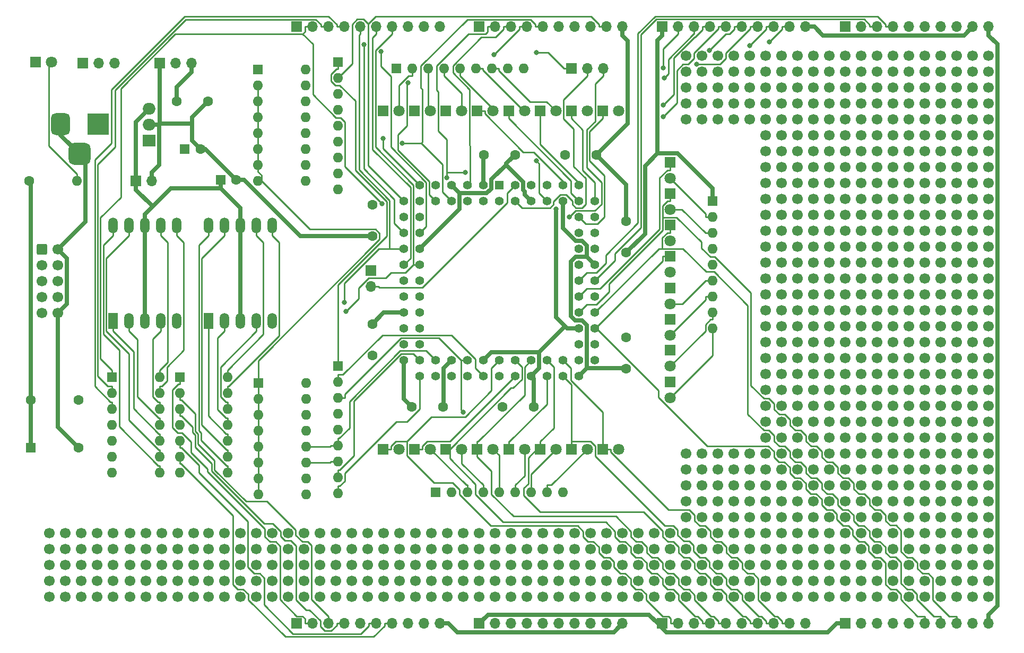
<source format=gbr>
%TF.GenerationSoftware,KiCad,Pcbnew,(6.0.11)*%
%TF.CreationDate,2023-10-14T11:58:44-04:00*%
%TF.ProjectId,EPM7128S-Dev-Board,45504d37-3132-4385-932d-4465762d426f,rev?*%
%TF.SameCoordinates,Original*%
%TF.FileFunction,Copper,L2,Bot*%
%TF.FilePolarity,Positive*%
%FSLAX46Y46*%
G04 Gerber Fmt 4.6, Leading zero omitted, Abs format (unit mm)*
G04 Created by KiCad (PCBNEW (6.0.11)) date 2023-10-14 11:58:44*
%MOMM*%
%LPD*%
G01*
G04 APERTURE LIST*
G04 Aperture macros list*
%AMRoundRect*
0 Rectangle with rounded corners*
0 $1 Rounding radius*
0 $2 $3 $4 $5 $6 $7 $8 $9 X,Y pos of 4 corners*
0 Add a 4 corners polygon primitive as box body*
4,1,4,$2,$3,$4,$5,$6,$7,$8,$9,$2,$3,0*
0 Add four circle primitives for the rounded corners*
1,1,$1+$1,$2,$3*
1,1,$1+$1,$4,$5*
1,1,$1+$1,$6,$7*
1,1,$1+$1,$8,$9*
0 Add four rect primitives between the rounded corners*
20,1,$1+$1,$2,$3,$4,$5,0*
20,1,$1+$1,$4,$5,$6,$7,0*
20,1,$1+$1,$6,$7,$8,$9,0*
20,1,$1+$1,$8,$9,$2,$3,0*%
G04 Aperture macros list end*
%TA.AperFunction,ComponentPad*%
%ADD10R,1.700000X1.700000*%
%TD*%
%TA.AperFunction,ComponentPad*%
%ADD11O,1.700000X1.700000*%
%TD*%
%TA.AperFunction,ComponentPad*%
%ADD12C,1.700000*%
%TD*%
%TA.AperFunction,ComponentPad*%
%ADD13R,1.800000X1.800000*%
%TD*%
%TA.AperFunction,ComponentPad*%
%ADD14C,1.800000*%
%TD*%
%TA.AperFunction,ComponentPad*%
%ADD15R,1.422400X1.422400*%
%TD*%
%TA.AperFunction,ComponentPad*%
%ADD16C,1.422400*%
%TD*%
%TA.AperFunction,ComponentPad*%
%ADD17R,1.600000X1.600000*%
%TD*%
%TA.AperFunction,ComponentPad*%
%ADD18O,1.600000X1.600000*%
%TD*%
%TA.AperFunction,ComponentPad*%
%ADD19C,1.600000*%
%TD*%
%TA.AperFunction,ComponentPad*%
%ADD20R,3.500000X3.500000*%
%TD*%
%TA.AperFunction,ComponentPad*%
%ADD21RoundRect,0.750000X-0.750000X-1.000000X0.750000X-1.000000X0.750000X1.000000X-0.750000X1.000000X0*%
%TD*%
%TA.AperFunction,ComponentPad*%
%ADD22RoundRect,0.875000X-0.875000X-0.875000X0.875000X-0.875000X0.875000X0.875000X-0.875000X0.875000X0*%
%TD*%
%TA.AperFunction,ComponentPad*%
%ADD23R,1.524000X2.524000*%
%TD*%
%TA.AperFunction,ComponentPad*%
%ADD24O,1.524000X2.524000*%
%TD*%
%TA.AperFunction,ComponentPad*%
%ADD25R,2.000000X1.905000*%
%TD*%
%TA.AperFunction,ComponentPad*%
%ADD26O,2.000000X1.905000*%
%TD*%
%TA.AperFunction,ComponentPad*%
%ADD27RoundRect,0.250000X-0.600000X-0.600000X0.600000X-0.600000X0.600000X0.600000X-0.600000X0.600000X0*%
%TD*%
%TA.AperFunction,ViaPad*%
%ADD28C,0.800000*%
%TD*%
%TA.AperFunction,Conductor*%
%ADD29C,0.700000*%
%TD*%
%TA.AperFunction,Conductor*%
%ADD30C,0.250000*%
%TD*%
G04 APERTURE END LIST*
D10*
%TO.P,J43,1,Pin_1*%
%TO.N,VCC*%
X203200000Y-147320000D03*
D11*
%TO.P,J43,2,Pin_2*%
%TO.N,/IO_3F*%
X205740000Y-147320000D03*
%TO.P,J43,3,Pin_3*%
%TO.N,/IO_5F*%
X208280000Y-147320000D03*
%TO.P,J43,4,Pin_4*%
%TO.N,/IO_6F*%
X210820000Y-147320000D03*
%TO.P,J43,5,Pin_5*%
%TO.N,/IO_8F*%
X213360000Y-147320000D03*
%TO.P,J43,6,Pin_6*%
%TO.N,/IO_11F*%
X215900000Y-147320000D03*
%TO.P,J43,7,Pin_7*%
%TO.N,/IO_13F*%
X218440000Y-147320000D03*
%TO.P,J43,8,Pin_8*%
%TO.N,/IO_14F*%
X220980000Y-147320000D03*
%TO.P,J43,9,Pin_9*%
%TO.N,GND*%
X223520000Y-147320000D03*
%TO.P,J43,10,Pin_10*%
X226060000Y-147320000D03*
%TD*%
D12*
%TO.P,J22,1,Pin_1*%
%TO.N,unconnected-(J22-Pad1)*%
X190500000Y-120220000D03*
%TO.P,J22,2*%
%TO.N,N/C*%
X193040000Y-120220000D03*
%TO.P,J22,3*%
X195580000Y-120220000D03*
%TO.P,J22,4*%
X198120000Y-120220000D03*
%TO.P,J22,5*%
X200660000Y-120220000D03*
%TO.P,J22,6*%
X190500000Y-122760000D03*
%TO.P,J22,7*%
X193040000Y-122760000D03*
%TO.P,J22,8*%
X195580000Y-122760000D03*
%TO.P,J22,9*%
X198120000Y-122760000D03*
%TO.P,J22,10*%
X200660000Y-122760000D03*
%TO.P,J22,11*%
X190500000Y-125300000D03*
%TO.P,J22,12*%
X193040000Y-125300000D03*
%TO.P,J22,13*%
X195580000Y-125300000D03*
%TO.P,J22,14*%
X198120000Y-125300000D03*
%TO.P,J22,15*%
X200660000Y-125300000D03*
%TO.P,J22,16*%
X190500000Y-127840000D03*
%TO.P,J22,17*%
X193040000Y-127840000D03*
%TO.P,J22,18*%
X195580000Y-127840000D03*
%TO.P,J22,19*%
X198120000Y-127840000D03*
%TO.P,J22,20*%
X200660000Y-127840000D03*
%TO.P,J22,21*%
X190500000Y-130380000D03*
%TO.P,J22,22*%
X193040000Y-130380000D03*
%TO.P,J22,23*%
X195580000Y-130380000D03*
%TO.P,J22,24*%
X198120000Y-130380000D03*
%TO.P,J22,25*%
X200660000Y-130380000D03*
%TD*%
D13*
%TO.P,D2,1,K*%
%TO.N,/IO_1E*%
X129470000Y-119500000D03*
D14*
%TO.P,D2,2,A*%
%TO.N,Net-(D2-Pad2)*%
X132010000Y-119500000D03*
%TD*%
D12*
%TO.P,J13,1,Pin_1*%
%TO.N,unconnected-(J13-Pad1)*%
X215900000Y-69420000D03*
%TO.P,J13,2*%
%TO.N,N/C*%
X218440000Y-69420000D03*
%TO.P,J13,3*%
X220980000Y-69420000D03*
%TO.P,J13,4*%
X223520000Y-69420000D03*
%TO.P,J13,5*%
X226060000Y-69420000D03*
%TO.P,J13,6*%
X215900000Y-71960000D03*
%TO.P,J13,7*%
X218440000Y-71960000D03*
%TO.P,J13,8*%
X220980000Y-71960000D03*
%TO.P,J13,9*%
X223520000Y-71960000D03*
%TO.P,J13,10*%
X226060000Y-71960000D03*
%TO.P,J13,11*%
X215900000Y-74500000D03*
%TO.P,J13,12*%
X218440000Y-74500000D03*
%TO.P,J13,13*%
X220980000Y-74500000D03*
%TO.P,J13,14*%
X223520000Y-74500000D03*
%TO.P,J13,15*%
X226060000Y-74500000D03*
%TO.P,J13,16*%
X215900000Y-77040000D03*
%TO.P,J13,17*%
X218440000Y-77040000D03*
%TO.P,J13,18*%
X220980000Y-77040000D03*
%TO.P,J13,19*%
X223520000Y-77040000D03*
%TO.P,J13,20*%
X226060000Y-77040000D03*
%TO.P,J13,21*%
X215900000Y-79580000D03*
%TO.P,J13,22*%
X218440000Y-79580000D03*
%TO.P,J13,23*%
X220980000Y-79580000D03*
%TO.P,J13,24*%
X223520000Y-79580000D03*
%TO.P,J13,25*%
X226060000Y-79580000D03*
%TD*%
D15*
%TO.P,U4,1,GCLRn*%
%TO.N,Net-(J4-Pad1)*%
X148000000Y-77370000D03*
D16*
%TO.P,U4,2,OE2/GCLK2*%
%TO.N,Net-(J4-Pad3)*%
X148000000Y-79910000D03*
%TO.P,U4,3,VCCINT*%
%TO.N,VCC*%
X145460000Y-77370000D03*
%TO.P,U4,4,I/O_16A*%
%TO.N,/IO_16A*%
X145460000Y-79910000D03*
%TO.P,U4,5,I/O_14A*%
%TO.N,/IO_14A*%
X142920000Y-77370000D03*
%TO.P,U4,6,I/O_13A*%
%TO.N,/IO_13A*%
X142920000Y-79910000D03*
%TO.P,U4,7,GNDIO*%
%TO.N,GND*%
X140380000Y-77370000D03*
%TO.P,U4,8,I/O_11A*%
%TO.N,/IO_11A*%
X140380000Y-79910000D03*
%TO.P,U4,9,I/O_8A*%
%TO.N,/IO_8A*%
X137840000Y-77370000D03*
%TO.P,U4,10,I/O_6A*%
%TO.N,/IO_6A*%
X137840000Y-79910000D03*
%TO.P,U4,11,I/O_5A*%
%TO.N,/IO_5A*%
X135300000Y-77370000D03*
%TO.P,U4,12,I/O_3A*%
%TO.N,/IO_3A*%
X132760000Y-79910000D03*
%TO.P,U4,13,VCCIO*%
%TO.N,VCC*%
X135300000Y-79910000D03*
%TO.P,U4,14,TDI-I/O_16B*%
%TO.N,TDI*%
X132760000Y-82450000D03*
%TO.P,U4,15,I/O_13B*%
%TO.N,SEGA_A*%
X135300000Y-82450000D03*
%TO.P,U4,16,I/O_11B*%
%TO.N,SEGA_B*%
X132760000Y-84990000D03*
%TO.P,U4,17,I/O_9B*%
%TO.N,SEGA_C*%
X135300000Y-84990000D03*
%TO.P,U4,18,I/O_8B*%
%TO.N,SEGA_D*%
X132760000Y-87530000D03*
%TO.P,U4,19,GNDIO*%
%TO.N,GND*%
X135300000Y-87530000D03*
%TO.P,U4,20,I/O_5B*%
%TO.N,SEGA_E*%
X132760000Y-90070000D03*
%TO.P,U4,21,I/O_3B*%
%TO.N,SEGA_F*%
X135300000Y-90070000D03*
%TO.P,U4,22,I/O_1B*%
%TO.N,SEGA_G*%
X132760000Y-92610000D03*
%TO.P,U4,23,TMS-I/O_16C*%
%TO.N,TMS*%
X135300000Y-92610000D03*
%TO.P,U4,24,I/O_14C*%
%TO.N,SEGB_A*%
X132760000Y-95150000D03*
%TO.P,U4,25,I/O_13C*%
%TO.N,SEGB_B*%
X135300000Y-95150000D03*
%TO.P,U4,26,VCCIO*%
%TO.N,VCC*%
X132760000Y-97690000D03*
%TO.P,U4,27,I/O_11C*%
%TO.N,SEGB_C*%
X135300000Y-97690000D03*
%TO.P,U4,28,I/O_8C*%
%TO.N,SEGB_D*%
X132760000Y-100230000D03*
%TO.P,U4,29,I/O_6C*%
%TO.N,SEGB_E*%
X135300000Y-100230000D03*
%TO.P,U4,30,I/O_5C*%
%TO.N,SEGB_F*%
X132760000Y-102770000D03*
%TO.P,U4,31,I/O_3C*%
%TO.N,SEGB_G*%
X135300000Y-102770000D03*
%TO.P,U4,32,GNDIO*%
%TO.N,GND*%
X132760000Y-105310000D03*
%TO.P,U4,33,I/O_16D*%
%TO.N,/IO_16D*%
X135300000Y-107850000D03*
%TO.P,U4,34,I/O_13D*%
%TO.N,/IO_13D*%
X135300000Y-105310000D03*
%TO.P,U4,35,I/O_11D*%
%TO.N,/IO_11D*%
X137840000Y-107850000D03*
%TO.P,U4,36,I/O_9D*%
%TO.N,/IO_9D*%
X137840000Y-105310000D03*
%TO.P,U4,37,I/O_8D*%
%TO.N,/IO_8D*%
X140380000Y-107850000D03*
%TO.P,U4,38,VCCIO*%
%TO.N,VCC*%
X140380000Y-105310000D03*
%TO.P,U4,39,I/O_5D*%
%TO.N,/IO_5D*%
X142920000Y-107850000D03*
%TO.P,U4,40,I/O_3D*%
%TO.N,/IO_3D*%
X142920000Y-105310000D03*
%TO.P,U4,41,I/O_1D*%
%TO.N,/IO_1D*%
X145460000Y-107850000D03*
%TO.P,U4,42,GNDINT*%
%TO.N,GND*%
X145460000Y-105310000D03*
%TO.P,U4,43,VCCINT*%
%TO.N,VCC*%
X148000000Y-107850000D03*
%TO.P,U4,44,I/O_1E*%
%TO.N,/IO_1E*%
X148000000Y-105310000D03*
%TO.P,U4,45,I/O_3E*%
%TO.N,/IO_3E*%
X150540000Y-107850000D03*
%TO.P,U4,46,I/O_5E*%
%TO.N,/IO_5E*%
X150540000Y-105310000D03*
%TO.P,U4,47,GNDIO*%
%TO.N,GND*%
X153080000Y-107850000D03*
%TO.P,U4,48,I/O_8E*%
%TO.N,/IO_8E*%
X153080000Y-105310000D03*
%TO.P,U4,49,I/O_9E*%
%TO.N,/IO_9E*%
X155620000Y-107850000D03*
%TO.P,U4,50,I/O_11E*%
%TO.N,/IO_11E*%
X155620000Y-105310000D03*
%TO.P,U4,51,I/O_13E*%
%TO.N,/IO_13E*%
X158160000Y-107850000D03*
%TO.P,U4,52,I/O_16E*%
%TO.N,/IO_16E*%
X158160000Y-105310000D03*
%TO.P,U4,53,VCCIO*%
%TO.N,VCC*%
X160700000Y-107850000D03*
%TO.P,U4,54,I/O_3F*%
%TO.N,/IO_3F*%
X163240000Y-105310000D03*
%TO.P,U4,55,I/O_5F*%
%TO.N,/IO_5F*%
X160700000Y-105310000D03*
%TO.P,U4,56,I/O_6F*%
%TO.N,/IO_6F*%
X163240000Y-102770000D03*
%TO.P,U4,57,I/O_8F*%
%TO.N,/IO_8F*%
X160700000Y-102770000D03*
%TO.P,U4,58,I/O_11F*%
%TO.N,/IO_11F*%
X163240000Y-100230000D03*
%TO.P,U4,59,GNDIO*%
%TO.N,GND*%
X160700000Y-100230000D03*
%TO.P,U4,60,I/O_13F*%
%TO.N,/IO_13F*%
X163240000Y-97690000D03*
%TO.P,U4,61,I/O_14F*%
%TO.N,/IO_14F*%
X160700000Y-97690000D03*
%TO.P,U4,62,TCK-I/O_16F*%
%TO.N,TCK*%
X163240000Y-95150000D03*
%TO.P,U4,63,I/O_1G*%
%TO.N,/IO_1G*%
X160700000Y-95150000D03*
%TO.P,U4,64,I/O_3G*%
%TO.N,/IO_3G*%
X163240000Y-92610000D03*
%TO.P,U4,65,I/O_5G*%
%TO.N,/IO_5G*%
X160700000Y-92610000D03*
%TO.P,U4,66,VCCIO*%
%TO.N,VCC*%
X163240000Y-90070000D03*
%TO.P,U4,67,I/O_8G*%
%TO.N,/IO_8G*%
X160700000Y-90070000D03*
%TO.P,U4,68,I/O_9G*%
%TO.N,/IO_9G*%
X163240000Y-87530000D03*
%TO.P,U4,69,I/O_11G*%
%TO.N,/IO_11G*%
X160700000Y-87530000D03*
%TO.P,U4,70,I/O_13G*%
%TO.N,/IO_13G*%
X163240000Y-84990000D03*
%TO.P,U4,71,TDO-I/O_16G*%
%TO.N,TDO*%
X160700000Y-84990000D03*
%TO.P,U4,72,GNDIO*%
%TO.N,GND*%
X163240000Y-82450000D03*
%TO.P,U4,73,I/O_3H*%
%TO.N,/IO_3H*%
X160700000Y-82450000D03*
%TO.P,U4,74,I/O_5H*%
%TO.N,/IO_5H*%
X163240000Y-79910000D03*
%TO.P,U4,75,I/O_6H*%
%TO.N,/IO_6H*%
X160700000Y-77370000D03*
%TO.P,U4,76,I/O_8H*%
%TO.N,/IO_8H*%
X160700000Y-79910000D03*
%TO.P,U4,77,I/O_11H*%
%TO.N,/IO_11H*%
X158160000Y-77370000D03*
%TO.P,U4,78,VCCIO*%
%TO.N,VCC*%
X158160000Y-79910000D03*
%TO.P,U4,79,I/O_13H*%
%TO.N,/IO_13H*%
X155620000Y-77370000D03*
%TO.P,U4,80,I/O_14H*%
%TO.N,/IO_14H*%
X155620000Y-79910000D03*
%TO.P,U4,81,I/O_16H*%
%TO.N,/IO_16H*%
X153080000Y-77370000D03*
%TO.P,U4,82,GNDINT*%
%TO.N,GND*%
X153080000Y-79910000D03*
%TO.P,U4,83,GCLK1*%
%TO.N,CLK*%
X150540000Y-77370000D03*
%TO.P,U4,84,OE1*%
%TO.N,Net-(J4-Pad2)*%
X150540000Y-79910000D03*
%TD*%
D13*
%TO.P,D5,1,K*%
%TO.N,/IO_8E*%
X144465000Y-119500000D03*
D14*
%TO.P,D5,2,A*%
%TO.N,Net-(D5-Pad2)*%
X147005000Y-119500000D03*
%TD*%
D17*
%TO.P,RN4,1,common*%
%TO.N,PULL-SENSE*%
X122250000Y-106205000D03*
D18*
%TO.P,RN4,2,R1*%
%TO.N,/IO_1D*%
X122250000Y-108745000D03*
%TO.P,RN4,3,R2*%
%TO.N,/IO_3D*%
X122250000Y-111285000D03*
%TO.P,RN4,4,R3*%
%TO.N,/IO_5D*%
X122250000Y-113825000D03*
%TO.P,RN4,5,R4*%
%TO.N,/IO_8D*%
X122250000Y-116365000D03*
%TO.P,RN4,6,R5*%
%TO.N,/IO_9D*%
X122250000Y-118905000D03*
%TO.P,RN4,7,R6*%
%TO.N,/IO_11D*%
X122250000Y-121445000D03*
%TO.P,RN4,8,R7*%
%TO.N,/IO_13D*%
X122250000Y-123985000D03*
%TO.P,RN4,9,R8*%
%TO.N,/IO_16D*%
X122250000Y-126525000D03*
%TD*%
D12*
%TO.P,J16,1,Pin_1*%
%TO.N,unconnected-(J16-Pad1)*%
X152400000Y-132920000D03*
%TO.P,J16,2*%
%TO.N,N/C*%
X154940000Y-132920000D03*
%TO.P,J16,3*%
X157480000Y-132920000D03*
%TO.P,J16,4*%
X160020000Y-132920000D03*
%TO.P,J16,5*%
X162560000Y-132920000D03*
%TO.P,J16,6*%
X152400000Y-135460000D03*
%TO.P,J16,7*%
X154940000Y-135460000D03*
%TO.P,J16,8*%
X157480000Y-135460000D03*
%TO.P,J16,9*%
X160020000Y-135460000D03*
%TO.P,J16,10*%
X162560000Y-135460000D03*
%TO.P,J16,11*%
X152400000Y-138000000D03*
%TO.P,J16,12*%
X154940000Y-138000000D03*
%TO.P,J16,13*%
X157480000Y-138000000D03*
%TO.P,J16,14*%
X160020000Y-138000000D03*
%TO.P,J16,15*%
X162560000Y-138000000D03*
%TO.P,J16,16*%
X152400000Y-140540000D03*
%TO.P,J16,17*%
X154940000Y-140540000D03*
%TO.P,J16,18*%
X157480000Y-140540000D03*
%TO.P,J16,19*%
X160020000Y-140540000D03*
%TO.P,J16,20*%
X162560000Y-140540000D03*
%TO.P,J16,21*%
X152400000Y-143080000D03*
%TO.P,J16,22*%
X154940000Y-143080000D03*
%TO.P,J16,23*%
X157480000Y-143080000D03*
%TO.P,J16,24*%
X160020000Y-143080000D03*
%TO.P,J16,25*%
X162560000Y-143080000D03*
%TD*%
D13*
%TO.P,D8,1,K*%
%TO.N,/IO_13E*%
X159495000Y-119500000D03*
D14*
%TO.P,D8,2,A*%
%TO.N,Net-(D8-Pad2)*%
X162035000Y-119500000D03*
%TD*%
D12*
%TO.P,J28,1,Pin_1*%
%TO.N,unconnected-(J28-Pad1)*%
X177800000Y-56720000D03*
%TO.P,J28,2*%
%TO.N,N/C*%
X180340000Y-56720000D03*
%TO.P,J28,3*%
X182880000Y-56720000D03*
%TO.P,J28,4*%
X185420000Y-56720000D03*
%TO.P,J28,5*%
X187960000Y-56720000D03*
%TO.P,J28,6*%
X177800000Y-59260000D03*
%TO.P,J28,7*%
X180340000Y-59260000D03*
%TO.P,J28,8*%
X182880000Y-59260000D03*
%TO.P,J28,9*%
X185420000Y-59260000D03*
%TO.P,J28,10*%
X187960000Y-59260000D03*
%TO.P,J28,11*%
X177800000Y-61800000D03*
%TO.P,J28,12*%
X180340000Y-61800000D03*
%TO.P,J28,13*%
X182880000Y-61800000D03*
%TO.P,J28,14*%
X185420000Y-61800000D03*
%TO.P,J28,15*%
X187960000Y-61800000D03*
%TO.P,J28,16*%
X177800000Y-64340000D03*
%TO.P,J28,17*%
X180340000Y-64340000D03*
%TO.P,J28,18*%
X182880000Y-64340000D03*
%TO.P,J28,19*%
X185420000Y-64340000D03*
%TO.P,J28,20*%
X187960000Y-64340000D03*
%TO.P,J28,21*%
X177800000Y-66880000D03*
%TO.P,J28,22*%
X180340000Y-66880000D03*
%TO.P,J28,23*%
X182880000Y-66880000D03*
%TO.P,J28,24*%
X185420000Y-66880000D03*
%TO.P,J28,25*%
X187960000Y-66880000D03*
%TD*%
D10*
%TO.P,J44,1,Pin_1*%
%TO.N,VCC*%
X173995000Y-52070000D03*
D11*
%TO.P,J44,2,Pin_2*%
%TO.N,/IO_3H*%
X176535000Y-52070000D03*
%TO.P,J44,3,Pin_3*%
%TO.N,/IO_5H*%
X179075000Y-52070000D03*
%TO.P,J44,4,Pin_4*%
%TO.N,/IO_6H*%
X181615000Y-52070000D03*
%TO.P,J44,5,Pin_5*%
%TO.N,/IO_8H*%
X184155000Y-52070000D03*
%TO.P,J44,6,Pin_6*%
%TO.N,/IO_11H*%
X186695000Y-52070000D03*
%TO.P,J44,7,Pin_7*%
%TO.N,/IO_13H*%
X189235000Y-52070000D03*
%TO.P,J44,8,Pin_8*%
%TO.N,/IO_14H*%
X191775000Y-52070000D03*
%TO.P,J44,9,Pin_9*%
%TO.N,/IO_16H*%
X194315000Y-52070000D03*
%TO.P,J44,10,Pin_10*%
%TO.N,GND*%
X196855000Y-52070000D03*
%TD*%
D10*
%TO.P,J37,1,Pin_1*%
%TO.N,VCC*%
X203200000Y-52045000D03*
D11*
%TO.P,J37,2,Pin_2*%
%TO.N,/IO_1G*%
X205740000Y-52045000D03*
%TO.P,J37,3,Pin_3*%
%TO.N,/IO_3G*%
X208280000Y-52045000D03*
%TO.P,J37,4,Pin_4*%
%TO.N,/IO_5G*%
X210820000Y-52045000D03*
%TO.P,J37,5,Pin_5*%
%TO.N,/IO_8G*%
X213360000Y-52045000D03*
%TO.P,J37,6,Pin_6*%
%TO.N,/IO_9G*%
X215900000Y-52045000D03*
%TO.P,J37,7,Pin_7*%
%TO.N,/IO_11G*%
X218440000Y-52045000D03*
%TO.P,J37,8,Pin_8*%
%TO.N,/IO_13G*%
X220980000Y-52045000D03*
%TO.P,J37,9,Pin_9*%
%TO.N,GND*%
X223520000Y-52045000D03*
%TO.P,J37,10,Pin_10*%
X226060000Y-52045000D03*
%TD*%
D12*
%TO.P,J19,1,Pin_1*%
%TO.N,unconnected-(J19-Pad1)*%
X190500000Y-132920000D03*
%TO.P,J19,2*%
%TO.N,N/C*%
X193040000Y-132920000D03*
%TO.P,J19,3*%
X195580000Y-132920000D03*
%TO.P,J19,4*%
X198120000Y-132920000D03*
%TO.P,J19,5*%
X200660000Y-132920000D03*
%TO.P,J19,6*%
X190500000Y-135460000D03*
%TO.P,J19,7*%
X193040000Y-135460000D03*
%TO.P,J19,8*%
X195580000Y-135460000D03*
%TO.P,J19,9*%
X198120000Y-135460000D03*
%TO.P,J19,10*%
X200660000Y-135460000D03*
%TO.P,J19,11*%
X190500000Y-138000000D03*
%TO.P,J19,12*%
X193040000Y-138000000D03*
%TO.P,J19,13*%
X195580000Y-138000000D03*
%TO.P,J19,14*%
X198120000Y-138000000D03*
%TO.P,J19,15*%
X200660000Y-138000000D03*
%TO.P,J19,16*%
X190500000Y-140540000D03*
%TO.P,J19,17*%
X193040000Y-140540000D03*
%TO.P,J19,18*%
X195580000Y-140540000D03*
%TO.P,J19,19*%
X198120000Y-140540000D03*
%TO.P,J19,20*%
X200660000Y-140540000D03*
%TO.P,J19,21*%
X190500000Y-143080000D03*
%TO.P,J19,22*%
X193040000Y-143080000D03*
%TO.P,J19,23*%
X195580000Y-143080000D03*
%TO.P,J19,24*%
X198120000Y-143080000D03*
%TO.P,J19,25*%
X200660000Y-143080000D03*
%TD*%
D13*
%TO.P,D21,1,K*%
%TO.N,/IO_8H*%
X149465000Y-65500000D03*
D14*
%TO.P,D21,2,A*%
%TO.N,Net-(D21-Pad2)*%
X152005000Y-65500000D03*
%TD*%
D12*
%TO.P,J14,1,Pin_1*%
%TO.N,unconnected-(J14-Pad1)*%
X203200000Y-82120000D03*
%TO.P,J14,2*%
%TO.N,N/C*%
X205740000Y-82120000D03*
%TO.P,J14,3*%
X208280000Y-82120000D03*
%TO.P,J14,4*%
X210820000Y-82120000D03*
%TO.P,J14,5*%
X213360000Y-82120000D03*
%TO.P,J14,6*%
X203200000Y-84660000D03*
%TO.P,J14,7*%
X205740000Y-84660000D03*
%TO.P,J14,8*%
X208280000Y-84660000D03*
%TO.P,J14,9*%
X210820000Y-84660000D03*
%TO.P,J14,10*%
X213360000Y-84660000D03*
%TO.P,J14,11*%
X203200000Y-87200000D03*
%TO.P,J14,12*%
X205740000Y-87200000D03*
%TO.P,J14,13*%
X208280000Y-87200000D03*
%TO.P,J14,14*%
X210820000Y-87200000D03*
%TO.P,J14,15*%
X213360000Y-87200000D03*
%TO.P,J14,16*%
X203200000Y-89740000D03*
%TO.P,J14,17*%
X205740000Y-89740000D03*
%TO.P,J14,18*%
X208280000Y-89740000D03*
%TO.P,J14,19*%
X210820000Y-89740000D03*
%TO.P,J14,20*%
X213360000Y-89740000D03*
%TO.P,J14,21*%
X203200000Y-92280000D03*
%TO.P,J14,22*%
X205740000Y-92280000D03*
%TO.P,J14,23*%
X208280000Y-92280000D03*
%TO.P,J14,24*%
X210820000Y-92280000D03*
%TO.P,J14,25*%
X213360000Y-92280000D03*
%TD*%
D13*
%TO.P,D4,1,K*%
%TO.N,/IO_5E*%
X139470000Y-119500000D03*
D14*
%TO.P,D4,2,A*%
%TO.N,Net-(D4-Pad2)*%
X142010000Y-119500000D03*
%TD*%
D12*
%TO.P,J34,1,Pin_1*%
%TO.N,unconnected-(J34-Pad1)*%
X177800000Y-132920000D03*
%TO.P,J34,2*%
%TO.N,N/C*%
X180340000Y-132920000D03*
%TO.P,J34,3*%
X182880000Y-132920000D03*
%TO.P,J34,4*%
X185420000Y-132920000D03*
%TO.P,J34,5*%
X187960000Y-132920000D03*
%TO.P,J34,6*%
X177800000Y-135460000D03*
%TO.P,J34,7*%
X180340000Y-135460000D03*
%TO.P,J34,8*%
X182880000Y-135460000D03*
%TO.P,J34,9*%
X185420000Y-135460000D03*
%TO.P,J34,10*%
X187960000Y-135460000D03*
%TO.P,J34,11*%
X177800000Y-138000000D03*
%TO.P,J34,12*%
X180340000Y-138000000D03*
%TO.P,J34,13*%
X182880000Y-138000000D03*
%TO.P,J34,14*%
X185420000Y-138000000D03*
%TO.P,J34,15*%
X187960000Y-138000000D03*
%TO.P,J34,16*%
X177800000Y-140540000D03*
%TO.P,J34,17*%
X180340000Y-140540000D03*
%TO.P,J34,18*%
X182880000Y-140540000D03*
%TO.P,J34,19*%
X185420000Y-140540000D03*
%TO.P,J34,20*%
X187960000Y-140540000D03*
%TO.P,J34,21*%
X177800000Y-143080000D03*
%TO.P,J34,22*%
X180340000Y-143080000D03*
%TO.P,J34,23*%
X182880000Y-143080000D03*
%TO.P,J34,24*%
X185420000Y-143080000D03*
%TO.P,J34,25*%
X187960000Y-143080000D03*
%TD*%
D17*
%TO.P,RN5,1,common*%
%TO.N,VCC*%
X137820000Y-126349200D03*
D18*
%TO.P,RN5,2,R1*%
%TO.N,Net-(D2-Pad2)*%
X140360000Y-126349200D03*
%TO.P,RN5,3,R2*%
%TO.N,Net-(D3-Pad2)*%
X142900000Y-126349200D03*
%TO.P,RN5,4,R3*%
%TO.N,Net-(D4-Pad2)*%
X145440000Y-126349200D03*
%TO.P,RN5,5,R4*%
%TO.N,Net-(D5-Pad2)*%
X147980000Y-126349200D03*
%TO.P,RN5,6,R5*%
%TO.N,Net-(D6-Pad2)*%
X150520000Y-126349200D03*
%TO.P,RN5,7,R6*%
%TO.N,Net-(D7-Pad2)*%
X153060000Y-126349200D03*
%TO.P,RN5,8,R7*%
%TO.N,Net-(D8-Pad2)*%
X155600000Y-126349200D03*
%TO.P,RN5,9,R8*%
%TO.N,Net-(D9-Pad2)*%
X158140000Y-126349200D03*
%TD*%
D13*
%TO.P,D6,1,K*%
%TO.N,/IO_9E*%
X149470000Y-119500000D03*
D14*
%TO.P,D6,2,A*%
%TO.N,Net-(D6-Pad2)*%
X152010000Y-119500000D03*
%TD*%
D12*
%TO.P,J29,1,Pin_1*%
%TO.N,unconnected-(J29-Pad1)*%
X215900000Y-120220000D03*
%TO.P,J29,2*%
%TO.N,N/C*%
X218440000Y-120220000D03*
%TO.P,J29,3*%
X220980000Y-120220000D03*
%TO.P,J29,4*%
X223520000Y-120220000D03*
%TO.P,J29,5*%
X226060000Y-120220000D03*
%TO.P,J29,6*%
X215900000Y-122760000D03*
%TO.P,J29,7*%
X218440000Y-122760000D03*
%TO.P,J29,8*%
X220980000Y-122760000D03*
%TO.P,J29,9*%
X223520000Y-122760000D03*
%TO.P,J29,10*%
X226060000Y-122760000D03*
%TO.P,J29,11*%
X215900000Y-125300000D03*
%TO.P,J29,12*%
X218440000Y-125300000D03*
%TO.P,J29,13*%
X220980000Y-125300000D03*
%TO.P,J29,14*%
X223520000Y-125300000D03*
%TO.P,J29,15*%
X226060000Y-125300000D03*
%TO.P,J29,16*%
X215900000Y-127840000D03*
%TO.P,J29,17*%
X218440000Y-127840000D03*
%TO.P,J29,18*%
X220980000Y-127840000D03*
%TO.P,J29,19*%
X223520000Y-127840000D03*
%TO.P,J29,20*%
X226060000Y-127840000D03*
%TO.P,J29,21*%
X215900000Y-130380000D03*
%TO.P,J29,22*%
X218440000Y-130380000D03*
%TO.P,J29,23*%
X220980000Y-130380000D03*
%TO.P,J29,24*%
X223520000Y-130380000D03*
%TO.P,J29,25*%
X226060000Y-130380000D03*
%TD*%
D19*
%TO.P,C8,1*%
%TO.N,VCC*%
X158500000Y-72500000D03*
%TO.P,C8,2*%
%TO.N,GND*%
X163500000Y-72500000D03*
%TD*%
D12*
%TO.P,J15,1,Pin_1*%
%TO.N,unconnected-(J15-Pad1)*%
X203200000Y-94820000D03*
%TO.P,J15,2*%
%TO.N,N/C*%
X205740000Y-94820000D03*
%TO.P,J15,3*%
X208280000Y-94820000D03*
%TO.P,J15,4*%
X210820000Y-94820000D03*
%TO.P,J15,5*%
X213360000Y-94820000D03*
%TO.P,J15,6*%
X203200000Y-97360000D03*
%TO.P,J15,7*%
X205740000Y-97360000D03*
%TO.P,J15,8*%
X208280000Y-97360000D03*
%TO.P,J15,9*%
X210820000Y-97360000D03*
%TO.P,J15,10*%
X213360000Y-97360000D03*
%TO.P,J15,11*%
X203200000Y-99900000D03*
%TO.P,J15,12*%
X205740000Y-99900000D03*
%TO.P,J15,13*%
X208280000Y-99900000D03*
%TO.P,J15,14*%
X210820000Y-99900000D03*
%TO.P,J15,15*%
X213360000Y-99900000D03*
%TO.P,J15,16*%
X203200000Y-102440000D03*
%TO.P,J15,17*%
X205740000Y-102440000D03*
%TO.P,J15,18*%
X208280000Y-102440000D03*
%TO.P,J15,19*%
X210820000Y-102440000D03*
%TO.P,J15,20*%
X213360000Y-102440000D03*
%TO.P,J15,21*%
X203200000Y-104980000D03*
%TO.P,J15,22*%
X205740000Y-104980000D03*
%TO.P,J15,23*%
X208280000Y-104980000D03*
%TO.P,J15,24*%
X210820000Y-104980000D03*
%TO.P,J15,25*%
X213360000Y-104980000D03*
%TD*%
D13*
%TO.P,D18,1,K*%
%TO.N,/IO_3H*%
X164490000Y-65500000D03*
D14*
%TO.P,D18,2,A*%
%TO.N,Net-(D18-Pad2)*%
X167030000Y-65500000D03*
%TD*%
D17*
%TO.P,RN7,1,common*%
%TO.N,VCC*%
X131540000Y-58750000D03*
D18*
%TO.P,RN7,2,R1*%
%TO.N,Net-(D25-Pad2)*%
X134080000Y-58750000D03*
%TO.P,RN7,3,R2*%
%TO.N,Net-(D24-Pad2)*%
X136620000Y-58750000D03*
%TO.P,RN7,4,R3*%
%TO.N,Net-(D23-Pad2)*%
X139160000Y-58750000D03*
%TO.P,RN7,5,R4*%
%TO.N,Net-(D22-Pad2)*%
X141700000Y-58750000D03*
%TO.P,RN7,6,R5*%
%TO.N,Net-(D21-Pad2)*%
X144240000Y-58750000D03*
%TO.P,RN7,7,R6*%
%TO.N,Net-(D20-Pad2)*%
X146780000Y-58750000D03*
%TO.P,RN7,8,R7*%
%TO.N,Net-(D19-Pad2)*%
X149320000Y-58750000D03*
%TO.P,RN7,9,R8*%
%TO.N,Net-(D18-Pad2)*%
X151860000Y-58750000D03*
%TD*%
D12*
%TO.P,J25,1,Pin_1*%
%TO.N,unconnected-(J25-Pad1)*%
X177800000Y-120220000D03*
%TO.P,J25,2*%
%TO.N,N/C*%
X180340000Y-120220000D03*
%TO.P,J25,3*%
X182880000Y-120220000D03*
%TO.P,J25,4*%
X185420000Y-120220000D03*
%TO.P,J25,5*%
X187960000Y-120220000D03*
%TO.P,J25,6*%
X177800000Y-122760000D03*
%TO.P,J25,7*%
X180340000Y-122760000D03*
%TO.P,J25,8*%
X182880000Y-122760000D03*
%TO.P,J25,9*%
X185420000Y-122760000D03*
%TO.P,J25,10*%
X187960000Y-122760000D03*
%TO.P,J25,11*%
X177800000Y-125300000D03*
%TO.P,J25,12*%
X180340000Y-125300000D03*
%TO.P,J25,13*%
X182880000Y-125300000D03*
%TO.P,J25,14*%
X185420000Y-125300000D03*
%TO.P,J25,15*%
X187960000Y-125300000D03*
%TO.P,J25,16*%
X177800000Y-127840000D03*
%TO.P,J25,17*%
X180340000Y-127840000D03*
%TO.P,J25,18*%
X182880000Y-127840000D03*
%TO.P,J25,19*%
X185420000Y-127840000D03*
%TO.P,J25,20*%
X187960000Y-127840000D03*
%TO.P,J25,21*%
X177800000Y-130380000D03*
%TO.P,J25,22*%
X180340000Y-130380000D03*
%TO.P,J25,23*%
X182880000Y-130380000D03*
%TO.P,J25,24*%
X185420000Y-130380000D03*
%TO.P,J25,25*%
X187960000Y-130380000D03*
%TD*%
%TO.P,J35,1,Pin_1*%
%TO.N,unconnected-(J35-Pad1)*%
X76200000Y-132920000D03*
%TO.P,J35,2*%
%TO.N,N/C*%
X78740000Y-132920000D03*
%TO.P,J35,3*%
X81280000Y-132920000D03*
%TO.P,J35,4*%
X83820000Y-132920000D03*
%TO.P,J35,5*%
X86360000Y-132920000D03*
%TO.P,J35,6*%
X76200000Y-135460000D03*
%TO.P,J35,7*%
X78740000Y-135460000D03*
%TO.P,J35,8*%
X81280000Y-135460000D03*
%TO.P,J35,9*%
X83820000Y-135460000D03*
%TO.P,J35,10*%
X86360000Y-135460000D03*
%TO.P,J35,11*%
X76200000Y-138000000D03*
%TO.P,J35,12*%
X78740000Y-138000000D03*
%TO.P,J35,13*%
X81280000Y-138000000D03*
%TO.P,J35,14*%
X83820000Y-138000000D03*
%TO.P,J35,15*%
X86360000Y-138000000D03*
%TO.P,J35,16*%
X76200000Y-140540000D03*
%TO.P,J35,17*%
X78740000Y-140540000D03*
%TO.P,J35,18*%
X81280000Y-140540000D03*
%TO.P,J35,19*%
X83820000Y-140540000D03*
%TO.P,J35,20*%
X86360000Y-140540000D03*
%TO.P,J35,21*%
X76200000Y-143080000D03*
%TO.P,J35,22*%
X78740000Y-143080000D03*
%TO.P,J35,23*%
X81280000Y-143080000D03*
%TO.P,J35,24*%
X83820000Y-143080000D03*
%TO.P,J35,25*%
X86360000Y-143080000D03*
%TD*%
D17*
%TO.P,C1,1*%
%TO.N,/9V*%
X97794900Y-71610000D03*
D19*
%TO.P,C1,2*%
%TO.N,GND*%
X100294900Y-71610000D03*
%TD*%
D12*
%TO.P,J8,1,Pin_1*%
%TO.N,unconnected-(J8-Pad1)*%
X203200000Y-69420000D03*
%TO.P,J8,2*%
%TO.N,N/C*%
X205740000Y-69420000D03*
%TO.P,J8,3*%
X208280000Y-69420000D03*
%TO.P,J8,4*%
X210820000Y-69420000D03*
%TO.P,J8,5*%
X213360000Y-69420000D03*
%TO.P,J8,6*%
X203200000Y-71960000D03*
%TO.P,J8,7*%
X205740000Y-71960000D03*
%TO.P,J8,8*%
X208280000Y-71960000D03*
%TO.P,J8,9*%
X210820000Y-71960000D03*
%TO.P,J8,10*%
X213360000Y-71960000D03*
%TO.P,J8,11*%
X203200000Y-74500000D03*
%TO.P,J8,12*%
X205740000Y-74500000D03*
%TO.P,J8,13*%
X208280000Y-74500000D03*
%TO.P,J8,14*%
X210820000Y-74500000D03*
%TO.P,J8,15*%
X213360000Y-74500000D03*
%TO.P,J8,16*%
X203200000Y-77040000D03*
%TO.P,J8,17*%
X205740000Y-77040000D03*
%TO.P,J8,18*%
X208280000Y-77040000D03*
%TO.P,J8,19*%
X210820000Y-77040000D03*
%TO.P,J8,20*%
X213360000Y-77040000D03*
%TO.P,J8,21*%
X203200000Y-79580000D03*
%TO.P,J8,22*%
X205740000Y-79580000D03*
%TO.P,J8,23*%
X208280000Y-79580000D03*
%TO.P,J8,24*%
X210820000Y-79580000D03*
%TO.P,J8,25*%
X213360000Y-79580000D03*
%TD*%
%TO.P,J30,1,Pin_1*%
%TO.N,unconnected-(J30-Pad1)*%
X203200000Y-120220000D03*
%TO.P,J30,2*%
%TO.N,N/C*%
X205740000Y-120220000D03*
%TO.P,J30,3*%
X208280000Y-120220000D03*
%TO.P,J30,4*%
X210820000Y-120220000D03*
%TO.P,J30,5*%
X213360000Y-120220000D03*
%TO.P,J30,6*%
X203200000Y-122760000D03*
%TO.P,J30,7*%
X205740000Y-122760000D03*
%TO.P,J30,8*%
X208280000Y-122760000D03*
%TO.P,J30,9*%
X210820000Y-122760000D03*
%TO.P,J30,10*%
X213360000Y-122760000D03*
%TO.P,J30,11*%
X203200000Y-125300000D03*
%TO.P,J30,12*%
X205740000Y-125300000D03*
%TO.P,J30,13*%
X208280000Y-125300000D03*
%TO.P,J30,14*%
X210820000Y-125300000D03*
%TO.P,J30,15*%
X213360000Y-125300000D03*
%TO.P,J30,16*%
X203200000Y-127840000D03*
%TO.P,J30,17*%
X205740000Y-127840000D03*
%TO.P,J30,18*%
X208280000Y-127840000D03*
%TO.P,J30,19*%
X210820000Y-127840000D03*
%TO.P,J30,20*%
X213360000Y-127840000D03*
%TO.P,J30,21*%
X203200000Y-130380000D03*
%TO.P,J30,22*%
X205740000Y-130380000D03*
%TO.P,J30,23*%
X208280000Y-130380000D03*
%TO.P,J30,24*%
X210820000Y-130380000D03*
%TO.P,J30,25*%
X213360000Y-130380000D03*
%TD*%
D13*
%TO.P,D7,1,K*%
%TO.N,/IO_11E*%
X154495000Y-119500000D03*
D14*
%TO.P,D7,2,A*%
%TO.N,Net-(D7-Pad2)*%
X157035000Y-119500000D03*
%TD*%
D12*
%TO.P,J9,1,Pin_1*%
%TO.N,unconnected-(J9-Pad1)*%
X215900000Y-56720000D03*
%TO.P,J9,2*%
%TO.N,N/C*%
X218440000Y-56720000D03*
%TO.P,J9,3*%
X220980000Y-56720000D03*
%TO.P,J9,4*%
X223520000Y-56720000D03*
%TO.P,J9,5*%
X226060000Y-56720000D03*
%TO.P,J9,6*%
X215900000Y-59260000D03*
%TO.P,J9,7*%
X218440000Y-59260000D03*
%TO.P,J9,8*%
X220980000Y-59260000D03*
%TO.P,J9,9*%
X223520000Y-59260000D03*
%TO.P,J9,10*%
X226060000Y-59260000D03*
%TO.P,J9,11*%
X215900000Y-61800000D03*
%TO.P,J9,12*%
X218440000Y-61800000D03*
%TO.P,J9,13*%
X220980000Y-61800000D03*
%TO.P,J9,14*%
X223520000Y-61800000D03*
%TO.P,J9,15*%
X226060000Y-61800000D03*
%TO.P,J9,16*%
X215900000Y-64340000D03*
%TO.P,J9,17*%
X218440000Y-64340000D03*
%TO.P,J9,18*%
X220980000Y-64340000D03*
%TO.P,J9,19*%
X223520000Y-64340000D03*
%TO.P,J9,20*%
X226060000Y-64340000D03*
%TO.P,J9,21*%
X215900000Y-66880000D03*
%TO.P,J9,22*%
X218440000Y-66880000D03*
%TO.P,J9,23*%
X220980000Y-66880000D03*
%TO.P,J9,24*%
X223520000Y-66880000D03*
%TO.P,J9,25*%
X226060000Y-66880000D03*
%TD*%
D17*
%TO.P,RN2,1,R1.1*%
%TO.N,SEGB_A*%
X97000000Y-108000000D03*
D18*
%TO.P,RN2,2,R2.1*%
%TO.N,SEGB_B*%
X97000000Y-110540000D03*
%TO.P,RN2,3,R3.1*%
%TO.N,SEGB_C*%
X97000000Y-113080000D03*
%TO.P,RN2,4,R4.1*%
%TO.N,SEGB_D*%
X97000000Y-115620000D03*
%TO.P,RN2,5,R5.1*%
%TO.N,SEGB_E*%
X97000000Y-118160000D03*
%TO.P,RN2,6,R6.1*%
%TO.N,SEGB_F*%
X97000000Y-120700000D03*
%TO.P,RN2,7,R7.1*%
%TO.N,SEGB_G*%
X97000000Y-123240000D03*
%TO.P,RN2,8,R7.2*%
%TO.N,Net-(AFF2-Pad10)*%
X104620000Y-123240000D03*
%TO.P,RN2,9,R6.2*%
%TO.N,Net-(AFF2-Pad9)*%
X104620000Y-120700000D03*
%TO.P,RN2,10,R5.2*%
%TO.N,Net-(AFF2-Pad1)*%
X104620000Y-118160000D03*
%TO.P,RN2,11,R4.2*%
%TO.N,Net-(AFF2-Pad2)*%
X104620000Y-115620000D03*
%TO.P,RN2,12,R3.2*%
%TO.N,Net-(AFF2-Pad4)*%
X104620000Y-113080000D03*
%TO.P,RN2,13,R2.2*%
%TO.N,Net-(AFF2-Pad6)*%
X104620000Y-110540000D03*
%TO.P,RN2,14,R1.2*%
%TO.N,Net-(AFF2-Pad7)*%
X104620000Y-108000000D03*
%TD*%
D19*
%TO.P,C3,1*%
%TO.N,VCC*%
X148500000Y-112750000D03*
%TO.P,C3,2*%
%TO.N,GND*%
X153500000Y-112750000D03*
%TD*%
D10*
%TO.P,J41,1,Pin_1*%
%TO.N,VCC*%
X115610000Y-147320000D03*
D11*
%TO.P,J41,2,Pin_2*%
%TO.N,SEGB_A*%
X118150000Y-147320000D03*
%TO.P,J41,3,Pin_3*%
%TO.N,SEGB_B*%
X120690000Y-147320000D03*
%TO.P,J41,4,Pin_4*%
%TO.N,SEGB_C*%
X123230000Y-147320000D03*
%TO.P,J41,5,Pin_5*%
%TO.N,SEGB_D*%
X125770000Y-147320000D03*
%TO.P,J41,6,Pin_6*%
%TO.N,SEGB_E*%
X128310000Y-147320000D03*
%TO.P,J41,7,Pin_7*%
%TO.N,SEGB_F*%
X130850000Y-147320000D03*
%TO.P,J41,8,Pin_8*%
%TO.N,SEGB_G*%
X133390000Y-147320000D03*
%TO.P,J41,9,Pin_9*%
%TO.N,GND*%
X135930000Y-147320000D03*
%TO.P,J41,10,Pin_10*%
X138470000Y-147320000D03*
%TD*%
D20*
%TO.P,J2,1*%
%TO.N,/9V*%
X84000000Y-67652500D03*
D21*
%TO.P,J2,2*%
%TO.N,GND*%
X78000000Y-67652500D03*
D22*
%TO.P,J2,MP,MountPin*%
X81000000Y-72352500D03*
%TD*%
D12*
%TO.P,J20,1,Pin_1*%
%TO.N,unconnected-(J20-Pad1)*%
X203200000Y-132920000D03*
%TO.P,J20,2*%
%TO.N,N/C*%
X205740000Y-132920000D03*
%TO.P,J20,3*%
X208280000Y-132920000D03*
%TO.P,J20,4*%
X210820000Y-132920000D03*
%TO.P,J20,5*%
X213360000Y-132920000D03*
%TO.P,J20,6*%
X203200000Y-135460000D03*
%TO.P,J20,7*%
X205740000Y-135460000D03*
%TO.P,J20,8*%
X208280000Y-135460000D03*
%TO.P,J20,9*%
X210820000Y-135460000D03*
%TO.P,J20,10*%
X213360000Y-135460000D03*
%TO.P,J20,11*%
X203200000Y-138000000D03*
%TO.P,J20,12*%
X205740000Y-138000000D03*
%TO.P,J20,13*%
X208280000Y-138000000D03*
%TO.P,J20,14*%
X210820000Y-138000000D03*
%TO.P,J20,15*%
X213360000Y-138000000D03*
%TO.P,J20,16*%
X203200000Y-140540000D03*
%TO.P,J20,17*%
X205740000Y-140540000D03*
%TO.P,J20,18*%
X208280000Y-140540000D03*
%TO.P,J20,19*%
X210820000Y-140540000D03*
%TO.P,J20,20*%
X213360000Y-140540000D03*
%TO.P,J20,21*%
X203200000Y-143080000D03*
%TO.P,J20,22*%
X205740000Y-143080000D03*
%TO.P,J20,23*%
X208280000Y-143080000D03*
%TO.P,J20,24*%
X210820000Y-143080000D03*
%TO.P,J20,25*%
X213360000Y-143080000D03*
%TD*%
D13*
%TO.P,D25,1,K*%
%TO.N,/IO_16H*%
X129465000Y-65500000D03*
D14*
%TO.P,D25,2,A*%
%TO.N,Net-(D25-Pad2)*%
X132005000Y-65500000D03*
%TD*%
D12*
%TO.P,J27,1,Pin_1*%
%TO.N,unconnected-(J27-Pad1)*%
X139700000Y-132920000D03*
%TO.P,J27,2*%
%TO.N,N/C*%
X142240000Y-132920000D03*
%TO.P,J27,3*%
X144780000Y-132920000D03*
%TO.P,J27,4*%
X147320000Y-132920000D03*
%TO.P,J27,5*%
X149860000Y-132920000D03*
%TO.P,J27,6*%
X139700000Y-135460000D03*
%TO.P,J27,7*%
X142240000Y-135460000D03*
%TO.P,J27,8*%
X144780000Y-135460000D03*
%TO.P,J27,9*%
X147320000Y-135460000D03*
%TO.P,J27,10*%
X149860000Y-135460000D03*
%TO.P,J27,11*%
X139700000Y-138000000D03*
%TO.P,J27,12*%
X142240000Y-138000000D03*
%TO.P,J27,13*%
X144780000Y-138000000D03*
%TO.P,J27,14*%
X147320000Y-138000000D03*
%TO.P,J27,15*%
X149860000Y-138000000D03*
%TO.P,J27,16*%
X139700000Y-140540000D03*
%TO.P,J27,17*%
X142240000Y-140540000D03*
%TO.P,J27,18*%
X144780000Y-140540000D03*
%TO.P,J27,19*%
X147320000Y-140540000D03*
%TO.P,J27,20*%
X149860000Y-140540000D03*
%TO.P,J27,21*%
X139700000Y-143080000D03*
%TO.P,J27,22*%
X142240000Y-143080000D03*
%TO.P,J27,23*%
X144780000Y-143080000D03*
%TO.P,J27,24*%
X147320000Y-143080000D03*
%TO.P,J27,25*%
X149860000Y-143080000D03*
%TD*%
D13*
%TO.P,D15,1,K*%
%TO.N,/IO_13F*%
X175250000Y-83720000D03*
D14*
%TO.P,D15,2,A*%
%TO.N,Net-(D15-Pad2)*%
X175250000Y-86260000D03*
%TD*%
D12*
%TO.P,J21,1,Pin_1*%
%TO.N,unconnected-(J21-Pad1)*%
X190500000Y-107520000D03*
%TO.P,J21,2*%
%TO.N,N/C*%
X193040000Y-107520000D03*
%TO.P,J21,3*%
X195580000Y-107520000D03*
%TO.P,J21,4*%
X198120000Y-107520000D03*
%TO.P,J21,5*%
X200660000Y-107520000D03*
%TO.P,J21,6*%
X190500000Y-110060000D03*
%TO.P,J21,7*%
X193040000Y-110060000D03*
%TO.P,J21,8*%
X195580000Y-110060000D03*
%TO.P,J21,9*%
X198120000Y-110060000D03*
%TO.P,J21,10*%
X200660000Y-110060000D03*
%TO.P,J21,11*%
X190500000Y-112600000D03*
%TO.P,J21,12*%
X193040000Y-112600000D03*
%TO.P,J21,13*%
X195580000Y-112600000D03*
%TO.P,J21,14*%
X198120000Y-112600000D03*
%TO.P,J21,15*%
X200660000Y-112600000D03*
%TO.P,J21,16*%
X190500000Y-115140000D03*
%TO.P,J21,17*%
X193040000Y-115140000D03*
%TO.P,J21,18*%
X195580000Y-115140000D03*
%TO.P,J21,19*%
X198120000Y-115140000D03*
%TO.P,J21,20*%
X200660000Y-115140000D03*
%TO.P,J21,21*%
X190500000Y-117680000D03*
%TO.P,J21,22*%
X193040000Y-117680000D03*
%TO.P,J21,23*%
X195580000Y-117680000D03*
%TO.P,J21,24*%
X198120000Y-117680000D03*
%TO.P,J21,25*%
X200660000Y-117680000D03*
%TD*%
D17*
%TO.P,RN3,1,common*%
%TO.N,PULL-SENSE*%
X122250000Y-57705000D03*
D18*
%TO.P,RN3,2,R1*%
%TO.N,/IO_3A*%
X122250000Y-60245000D03*
%TO.P,RN3,3,R2*%
%TO.N,/IO_5A*%
X122250000Y-62785000D03*
%TO.P,RN3,4,R3*%
%TO.N,/IO_6A*%
X122250000Y-65325000D03*
%TO.P,RN3,5,R4*%
%TO.N,/IO_8A*%
X122250000Y-67865000D03*
%TO.P,RN3,6,R5*%
%TO.N,/IO_11A*%
X122250000Y-70405000D03*
%TO.P,RN3,7,R6*%
%TO.N,/IO_13A*%
X122250000Y-72945000D03*
%TO.P,RN3,8,R7*%
%TO.N,/IO_14A*%
X122250000Y-75485000D03*
%TO.P,RN3,9,R8*%
%TO.N,/IO_16A*%
X122250000Y-78025000D03*
%TD*%
D17*
%TO.P,RN1,1,R1.1*%
%TO.N,SEGA_A*%
X86200000Y-108000000D03*
D18*
%TO.P,RN1,2,R2.1*%
%TO.N,SEGA_B*%
X86200000Y-110540000D03*
%TO.P,RN1,3,R3.1*%
%TO.N,SEGA_C*%
X86200000Y-113080000D03*
%TO.P,RN1,4,R4.1*%
%TO.N,SEGA_D*%
X86200000Y-115620000D03*
%TO.P,RN1,5,R5.1*%
%TO.N,SEGA_E*%
X86200000Y-118160000D03*
%TO.P,RN1,6,R6.1*%
%TO.N,SEGA_F*%
X86200000Y-120700000D03*
%TO.P,RN1,7,R7.1*%
%TO.N,SEGA_G*%
X86200000Y-123240000D03*
%TO.P,RN1,8,R7.2*%
%TO.N,Net-(AFF1-Pad10)*%
X93820000Y-123240000D03*
%TO.P,RN1,9,R6.2*%
%TO.N,Net-(AFF1-Pad9)*%
X93820000Y-120700000D03*
%TO.P,RN1,10,R5.2*%
%TO.N,Net-(AFF1-Pad1)*%
X93820000Y-118160000D03*
%TO.P,RN1,11,R4.2*%
%TO.N,Net-(AFF1-Pad2)*%
X93820000Y-115620000D03*
%TO.P,RN1,12,R3.2*%
%TO.N,Net-(AFF1-Pad4)*%
X93820000Y-113080000D03*
%TO.P,RN1,13,R2.2*%
%TO.N,Net-(AFF1-Pad6)*%
X93820000Y-110540000D03*
%TO.P,RN1,14,R1.2*%
%TO.N,Net-(AFF1-Pad7)*%
X93820000Y-108000000D03*
%TD*%
D13*
%TO.P,D10,1,K*%
%TO.N,/IO_3F*%
X175250000Y-108745000D03*
D14*
%TO.P,D10,2,A*%
%TO.N,Net-(D10-Pad2)*%
X175250000Y-111285000D03*
%TD*%
D13*
%TO.P,D3,1,K*%
%TO.N,/IO_3E*%
X134470000Y-119500000D03*
D14*
%TO.P,D3,2,A*%
%TO.N,Net-(D3-Pad2)*%
X137010000Y-119500000D03*
%TD*%
D12*
%TO.P,J17,1,Pin_1*%
%TO.N,unconnected-(J17-Pad1)*%
X101600000Y-132920000D03*
%TO.P,J17,2*%
%TO.N,N/C*%
X104140000Y-132920000D03*
%TO.P,J17,3*%
X106680000Y-132920000D03*
%TO.P,J17,4*%
X109220000Y-132920000D03*
%TO.P,J17,5*%
X111760000Y-132920000D03*
%TO.P,J17,6*%
X101600000Y-135460000D03*
%TO.P,J17,7*%
X104140000Y-135460000D03*
%TO.P,J17,8*%
X106680000Y-135460000D03*
%TO.P,J17,9*%
X109220000Y-135460000D03*
%TO.P,J17,10*%
X111760000Y-135460000D03*
%TO.P,J17,11*%
X101600000Y-138000000D03*
%TO.P,J17,12*%
X104140000Y-138000000D03*
%TO.P,J17,13*%
X106680000Y-138000000D03*
%TO.P,J17,14*%
X109220000Y-138000000D03*
%TO.P,J17,15*%
X111760000Y-138000000D03*
%TO.P,J17,16*%
X101600000Y-140540000D03*
%TO.P,J17,17*%
X104140000Y-140540000D03*
%TO.P,J17,18*%
X106680000Y-140540000D03*
%TO.P,J17,19*%
X109220000Y-140540000D03*
%TO.P,J17,20*%
X111760000Y-140540000D03*
%TO.P,J17,21*%
X101600000Y-143080000D03*
%TO.P,J17,22*%
X104140000Y-143080000D03*
%TO.P,J17,23*%
X106680000Y-143080000D03*
%TO.P,J17,24*%
X109220000Y-143080000D03*
%TO.P,J17,25*%
X111760000Y-143080000D03*
%TD*%
D13*
%TO.P,D12,1,K*%
%TO.N,/IO_6F*%
X175250000Y-98745000D03*
D14*
%TO.P,D12,2,A*%
%TO.N,Net-(D12-Pad2)*%
X175250000Y-101285000D03*
%TD*%
D17*
%TO.P,RN6,1,common*%
%TO.N,VCC*%
X182000000Y-79910000D03*
D18*
%TO.P,RN6,2,R1*%
%TO.N,Net-(D17-Pad2)*%
X182000000Y-82450000D03*
%TO.P,RN6,3,R2*%
%TO.N,Net-(D16-Pad2)*%
X182000000Y-84990000D03*
%TO.P,RN6,4,R3*%
%TO.N,Net-(D15-Pad2)*%
X182000000Y-87530000D03*
%TO.P,RN6,5,R4*%
%TO.N,Net-(D14-Pad2)*%
X182000000Y-90070000D03*
%TO.P,RN6,6,R5*%
%TO.N,Net-(D13-Pad2)*%
X182000000Y-92610000D03*
%TO.P,RN6,7,R6*%
%TO.N,Net-(D12-Pad2)*%
X182000000Y-95150000D03*
%TO.P,RN6,8,R7*%
%TO.N,Net-(D11-Pad2)*%
X182000000Y-97690000D03*
%TO.P,RN6,9,R8*%
%TO.N,Net-(D10-Pad2)*%
X182000000Y-100230000D03*
%TD*%
D17*
%TO.P,SW1,1*%
%TO.N,SWITCH-SENSE*%
X109482500Y-58855000D03*
D18*
%TO.P,SW1,2*%
X109482500Y-61395000D03*
%TO.P,SW1,3*%
X109482500Y-63935000D03*
%TO.P,SW1,4*%
X109482500Y-66475000D03*
%TO.P,SW1,5*%
X109482500Y-69015000D03*
%TO.P,SW1,6*%
X109482500Y-71555000D03*
%TO.P,SW1,7*%
X109482500Y-74095000D03*
%TO.P,SW1,8*%
X109482500Y-76635000D03*
%TO.P,SW1,9*%
%TO.N,/IO_16A*%
X117102500Y-76635000D03*
%TO.P,SW1,10*%
%TO.N,/IO_14A*%
X117102500Y-74095000D03*
%TO.P,SW1,11*%
%TO.N,/IO_13A*%
X117102500Y-71555000D03*
%TO.P,SW1,12*%
%TO.N,/IO_11A*%
X117102500Y-69015000D03*
%TO.P,SW1,13*%
%TO.N,/IO_8A*%
X117102500Y-66475000D03*
%TO.P,SW1,14*%
%TO.N,/IO_6A*%
X117102500Y-63935000D03*
%TO.P,SW1,15*%
%TO.N,/IO_5A*%
X117102500Y-61395000D03*
%TO.P,SW1,16*%
%TO.N,/IO_3A*%
X117102500Y-58855000D03*
%TD*%
D17*
%TO.P,C11,1*%
%TO.N,VCC*%
X103500000Y-76500000D03*
D19*
%TO.P,C11,2*%
%TO.N,GND*%
X106000000Y-76500000D03*
%TD*%
D13*
%TO.P,D19,1,K*%
%TO.N,/IO_5H*%
X159465000Y-65500000D03*
D14*
%TO.P,D19,2,A*%
%TO.N,Net-(D19-Pad2)*%
X162005000Y-65500000D03*
%TD*%
D12*
%TO.P,J23,1,Pin_1*%
%TO.N,unconnected-(J23-Pad1)*%
X215900000Y-94820000D03*
%TO.P,J23,2*%
%TO.N,N/C*%
X218440000Y-94820000D03*
%TO.P,J23,3*%
X220980000Y-94820000D03*
%TO.P,J23,4*%
X223520000Y-94820000D03*
%TO.P,J23,5*%
X226060000Y-94820000D03*
%TO.P,J23,6*%
X215900000Y-97360000D03*
%TO.P,J23,7*%
X218440000Y-97360000D03*
%TO.P,J23,8*%
X220980000Y-97360000D03*
%TO.P,J23,9*%
X223520000Y-97360000D03*
%TO.P,J23,10*%
X226060000Y-97360000D03*
%TO.P,J23,11*%
X215900000Y-99900000D03*
%TO.P,J23,12*%
X218440000Y-99900000D03*
%TO.P,J23,13*%
X220980000Y-99900000D03*
%TO.P,J23,14*%
X223520000Y-99900000D03*
%TO.P,J23,15*%
X226060000Y-99900000D03*
%TO.P,J23,16*%
X215900000Y-102440000D03*
%TO.P,J23,17*%
X218440000Y-102440000D03*
%TO.P,J23,18*%
X220980000Y-102440000D03*
%TO.P,J23,19*%
X223520000Y-102440000D03*
%TO.P,J23,20*%
X226060000Y-102440000D03*
%TO.P,J23,21*%
X215900000Y-104980000D03*
%TO.P,J23,22*%
X218440000Y-104980000D03*
%TO.P,J23,23*%
X220980000Y-104980000D03*
%TO.P,J23,24*%
X223520000Y-104980000D03*
%TO.P,J23,25*%
X226060000Y-104980000D03*
%TD*%
D23*
%TO.P,AFF1,1,e*%
%TO.N,Net-(AFF1-Pad1)*%
X86360000Y-99060000D03*
D24*
%TO.P,AFF1,2,d*%
%TO.N,Net-(AFF1-Pad2)*%
X88900000Y-99060000D03*
%TO.P,AFF1,3,C.A.*%
%TO.N,VCC*%
X91440000Y-99060000D03*
%TO.P,AFF1,4,c*%
%TO.N,Net-(AFF1-Pad4)*%
X93980000Y-99060000D03*
%TO.P,AFF1,5,DP*%
%TO.N,unconnected-(AFF1-Pad5)*%
X96520000Y-99060000D03*
%TO.P,AFF1,6,b*%
%TO.N,Net-(AFF1-Pad6)*%
X96520000Y-83820000D03*
%TO.P,AFF1,7,a*%
%TO.N,Net-(AFF1-Pad7)*%
X93980000Y-83820000D03*
%TO.P,AFF1,8,C.A.*%
%TO.N,VCC*%
X91440000Y-83820000D03*
%TO.P,AFF1,9,f*%
%TO.N,Net-(AFF1-Pad9)*%
X88900000Y-83820000D03*
%TO.P,AFF1,10,g*%
%TO.N,Net-(AFF1-Pad10)*%
X86360000Y-83820000D03*
%TD*%
D10*
%TO.P,J4,1,Pin_1*%
%TO.N,Net-(J4-Pad1)*%
X159500000Y-58712500D03*
D11*
%TO.P,J4,2,Pin_2*%
%TO.N,Net-(J4-Pad2)*%
X162040000Y-58712500D03*
%TO.P,J4,3,Pin_3*%
%TO.N,Net-(J4-Pad3)*%
X164580000Y-58712500D03*
%TD*%
D12*
%TO.P,J32,1,Pin_1*%
%TO.N,unconnected-(J32-Pad1)*%
X215900000Y-107520000D03*
%TO.P,J32,2*%
%TO.N,N/C*%
X218440000Y-107520000D03*
%TO.P,J32,3*%
X220980000Y-107520000D03*
%TO.P,J32,4*%
X223520000Y-107520000D03*
%TO.P,J32,5*%
X226060000Y-107520000D03*
%TO.P,J32,6*%
X215900000Y-110060000D03*
%TO.P,J32,7*%
X218440000Y-110060000D03*
%TO.P,J32,8*%
X220980000Y-110060000D03*
%TO.P,J32,9*%
X223520000Y-110060000D03*
%TO.P,J32,10*%
X226060000Y-110060000D03*
%TO.P,J32,11*%
X215900000Y-112600000D03*
%TO.P,J32,12*%
X218440000Y-112600000D03*
%TO.P,J32,13*%
X220980000Y-112600000D03*
%TO.P,J32,14*%
X223520000Y-112600000D03*
%TO.P,J32,15*%
X226060000Y-112600000D03*
%TO.P,J32,16*%
X215900000Y-115140000D03*
%TO.P,J32,17*%
X218440000Y-115140000D03*
%TO.P,J32,18*%
X220980000Y-115140000D03*
%TO.P,J32,19*%
X223520000Y-115140000D03*
%TO.P,J32,20*%
X226060000Y-115140000D03*
%TO.P,J32,21*%
X215900000Y-117680000D03*
%TO.P,J32,22*%
X218440000Y-117680000D03*
%TO.P,J32,23*%
X220980000Y-117680000D03*
%TO.P,J32,24*%
X223520000Y-117680000D03*
%TO.P,J32,25*%
X226060000Y-117680000D03*
%TD*%
D13*
%TO.P,D23,1,K*%
%TO.N,/IO_13H*%
X139465000Y-65505500D03*
D14*
%TO.P,D23,2,A*%
%TO.N,Net-(D23-Pad2)*%
X142005000Y-65505500D03*
%TD*%
D19*
%TO.P,C6,1*%
%TO.N,VCC*%
X127750000Y-99500000D03*
%TO.P,C6,2*%
%TO.N,GND*%
X127750000Y-104500000D03*
%TD*%
%TO.P,C2,1*%
%TO.N,VCC*%
X96500000Y-63947500D03*
%TO.P,C2,2*%
%TO.N,GND*%
X101500000Y-63947500D03*
%TD*%
%TO.P,C5,1*%
%TO.N,VCC*%
X127750000Y-80500000D03*
%TO.P,C5,2*%
%TO.N,GND*%
X127750000Y-85500000D03*
%TD*%
D12*
%TO.P,J24,1,Pin_1*%
%TO.N,unconnected-(J24-Pad1)*%
X165100000Y-132920000D03*
%TO.P,J24,2*%
%TO.N,N/C*%
X167640000Y-132920000D03*
%TO.P,J24,3*%
X170180000Y-132920000D03*
%TO.P,J24,4*%
X172720000Y-132920000D03*
%TO.P,J24,5*%
X175260000Y-132920000D03*
%TO.P,J24,6*%
X165100000Y-135460000D03*
%TO.P,J24,7*%
X167640000Y-135460000D03*
%TO.P,J24,8*%
X170180000Y-135460000D03*
%TO.P,J24,9*%
X172720000Y-135460000D03*
%TO.P,J24,10*%
X175260000Y-135460000D03*
%TO.P,J24,11*%
X165100000Y-138000000D03*
%TO.P,J24,12*%
X167640000Y-138000000D03*
%TO.P,J24,13*%
X170180000Y-138000000D03*
%TO.P,J24,14*%
X172720000Y-138000000D03*
%TO.P,J24,15*%
X175260000Y-138000000D03*
%TO.P,J24,16*%
X165100000Y-140540000D03*
%TO.P,J24,17*%
X167640000Y-140540000D03*
%TO.P,J24,18*%
X170180000Y-140540000D03*
%TO.P,J24,19*%
X172720000Y-140540000D03*
%TO.P,J24,20*%
X175260000Y-140540000D03*
%TO.P,J24,21*%
X165100000Y-143080000D03*
%TO.P,J24,22*%
X167640000Y-143080000D03*
%TO.P,J24,23*%
X170180000Y-143080000D03*
%TO.P,J24,24*%
X172720000Y-143080000D03*
%TO.P,J24,25*%
X175260000Y-143080000D03*
%TD*%
D10*
%TO.P,JP3,1,A*%
%TO.N,Net-(JP3-Pad1)*%
X127500000Y-90995000D03*
D11*
%TO.P,JP3,2,B*%
%TO.N,CLK*%
X127500000Y-93535000D03*
%TD*%
D12*
%TO.P,J31,1,Pin_1*%
%TO.N,unconnected-(J31-Pad1)*%
X203200000Y-107520000D03*
%TO.P,J31,2*%
%TO.N,N/C*%
X205740000Y-107520000D03*
%TO.P,J31,3*%
X208280000Y-107520000D03*
%TO.P,J31,4*%
X210820000Y-107520000D03*
%TO.P,J31,5*%
X213360000Y-107520000D03*
%TO.P,J31,6*%
X203200000Y-110060000D03*
%TO.P,J31,7*%
X205740000Y-110060000D03*
%TO.P,J31,8*%
X208280000Y-110060000D03*
%TO.P,J31,9*%
X210820000Y-110060000D03*
%TO.P,J31,10*%
X213360000Y-110060000D03*
%TO.P,J31,11*%
X203200000Y-112600000D03*
%TO.P,J31,12*%
X205740000Y-112600000D03*
%TO.P,J31,13*%
X208280000Y-112600000D03*
%TO.P,J31,14*%
X210820000Y-112600000D03*
%TO.P,J31,15*%
X213360000Y-112600000D03*
%TO.P,J31,16*%
X203200000Y-115140000D03*
%TO.P,J31,17*%
X205740000Y-115140000D03*
%TO.P,J31,18*%
X208280000Y-115140000D03*
%TO.P,J31,19*%
X210820000Y-115140000D03*
%TO.P,J31,20*%
X213360000Y-115140000D03*
%TO.P,J31,21*%
X203200000Y-117680000D03*
%TO.P,J31,22*%
X205740000Y-117680000D03*
%TO.P,J31,23*%
X208280000Y-117680000D03*
%TO.P,J31,24*%
X210820000Y-117680000D03*
%TO.P,J31,25*%
X213360000Y-117680000D03*
%TD*%
%TO.P,J10,1,Pin_1*%
%TO.N,unconnected-(J10-Pad1)*%
X215900000Y-82120000D03*
%TO.P,J10,2*%
%TO.N,N/C*%
X218440000Y-82120000D03*
%TO.P,J10,3*%
X220980000Y-82120000D03*
%TO.P,J10,4*%
X223520000Y-82120000D03*
%TO.P,J10,5*%
X226060000Y-82120000D03*
%TO.P,J10,6*%
X215900000Y-84660000D03*
%TO.P,J10,7*%
X218440000Y-84660000D03*
%TO.P,J10,8*%
X220980000Y-84660000D03*
%TO.P,J10,9*%
X223520000Y-84660000D03*
%TO.P,J10,10*%
X226060000Y-84660000D03*
%TO.P,J10,11*%
X215900000Y-87200000D03*
%TO.P,J10,12*%
X218440000Y-87200000D03*
%TO.P,J10,13*%
X220980000Y-87200000D03*
%TO.P,J10,14*%
X223520000Y-87200000D03*
%TO.P,J10,15*%
X226060000Y-87200000D03*
%TO.P,J10,16*%
X215900000Y-89740000D03*
%TO.P,J10,17*%
X218440000Y-89740000D03*
%TO.P,J10,18*%
X220980000Y-89740000D03*
%TO.P,J10,19*%
X223520000Y-89740000D03*
%TO.P,J10,20*%
X226060000Y-89740000D03*
%TO.P,J10,21*%
X215900000Y-92280000D03*
%TO.P,J10,22*%
X218440000Y-92280000D03*
%TO.P,J10,23*%
X220980000Y-92280000D03*
%TO.P,J10,24*%
X223520000Y-92280000D03*
%TO.P,J10,25*%
X226060000Y-92280000D03*
%TD*%
D19*
%TO.P,C7,1*%
%TO.N,VCC*%
X168250000Y-106610000D03*
%TO.P,C7,2*%
%TO.N,GND*%
X168250000Y-101610000D03*
%TD*%
D12*
%TO.P,J5,1,Pin_1*%
%TO.N,unconnected-(J5-Pad1)*%
X190500000Y-94820000D03*
%TO.P,J5,2*%
%TO.N,N/C*%
X193040000Y-94820000D03*
%TO.P,J5,3*%
X195580000Y-94820000D03*
%TO.P,J5,4*%
X198120000Y-94820000D03*
%TO.P,J5,5*%
X200660000Y-94820000D03*
%TO.P,J5,6*%
X190500000Y-97360000D03*
%TO.P,J5,7*%
X193040000Y-97360000D03*
%TO.P,J5,8*%
X195580000Y-97360000D03*
%TO.P,J5,9*%
X198120000Y-97360000D03*
%TO.P,J5,10*%
X200660000Y-97360000D03*
%TO.P,J5,11*%
X190500000Y-99900000D03*
%TO.P,J5,12*%
X193040000Y-99900000D03*
%TO.P,J5,13*%
X195580000Y-99900000D03*
%TO.P,J5,14*%
X198120000Y-99900000D03*
%TO.P,J5,15*%
X200660000Y-99900000D03*
%TO.P,J5,16*%
X190500000Y-102440000D03*
%TO.P,J5,17*%
X193040000Y-102440000D03*
%TO.P,J5,18*%
X195580000Y-102440000D03*
%TO.P,J5,19*%
X198120000Y-102440000D03*
%TO.P,J5,20*%
X200660000Y-102440000D03*
%TO.P,J5,21*%
X190500000Y-104980000D03*
%TO.P,J5,22*%
X193040000Y-104980000D03*
%TO.P,J5,23*%
X195580000Y-104980000D03*
%TO.P,J5,24*%
X198120000Y-104980000D03*
%TO.P,J5,25*%
X200660000Y-104980000D03*
%TD*%
D13*
%TO.P,D20,1,K*%
%TO.N,/IO_6H*%
X154465000Y-65500000D03*
D14*
%TO.P,D20,2,A*%
%TO.N,Net-(D20-Pad2)*%
X157005000Y-65500000D03*
%TD*%
D13*
%TO.P,D16,1,K*%
%TO.N,/IO_14F*%
X175250000Y-78700000D03*
D14*
%TO.P,D16,2,A*%
%TO.N,Net-(D16-Pad2)*%
X175250000Y-81240000D03*
%TD*%
D25*
%TO.P,U3,1,VI*%
%TO.N,/9V*%
X92130000Y-70237500D03*
D26*
%TO.P,U3,2,GND*%
%TO.N,GND*%
X92130000Y-67697500D03*
%TO.P,U3,3,VO*%
%TO.N,VCC*%
X92130000Y-65157500D03*
%TD*%
D17*
%TO.P,SW2,1*%
%TO.N,SWITCH-SENSE*%
X109525000Y-108900000D03*
D18*
%TO.P,SW2,2*%
X109525000Y-111440000D03*
%TO.P,SW2,3*%
X109525000Y-113980000D03*
%TO.P,SW2,4*%
X109525000Y-116520000D03*
%TO.P,SW2,5*%
X109525000Y-119060000D03*
%TO.P,SW2,6*%
X109525000Y-121600000D03*
%TO.P,SW2,7*%
X109525000Y-124140000D03*
%TO.P,SW2,8*%
X109525000Y-126680000D03*
%TO.P,SW2,9*%
%TO.N,/IO_16D*%
X117145000Y-126680000D03*
%TO.P,SW2,10*%
%TO.N,/IO_13D*%
X117145000Y-124140000D03*
%TO.P,SW2,11*%
%TO.N,/IO_11D*%
X117145000Y-121600000D03*
%TO.P,SW2,12*%
%TO.N,/IO_9D*%
X117145000Y-119060000D03*
%TO.P,SW2,13*%
%TO.N,/IO_8D*%
X117145000Y-116520000D03*
%TO.P,SW2,14*%
%TO.N,/IO_5D*%
X117145000Y-113980000D03*
%TO.P,SW2,15*%
%TO.N,/IO_3D*%
X117145000Y-111440000D03*
%TO.P,SW2,16*%
%TO.N,/IO_1D*%
X117145000Y-108900000D03*
%TD*%
D13*
%TO.P,D13,1,K*%
%TO.N,/IO_8F*%
X175250000Y-93745000D03*
D14*
%TO.P,D13,2,A*%
%TO.N,Net-(D13-Pad2)*%
X175250000Y-96285000D03*
%TD*%
D12*
%TO.P,J26,1,Pin_1*%
%TO.N,unconnected-(J26-Pad1)*%
X127000000Y-132920000D03*
%TO.P,J26,2*%
%TO.N,N/C*%
X129540000Y-132920000D03*
%TO.P,J26,3*%
X132080000Y-132920000D03*
%TO.P,J26,4*%
X134620000Y-132920000D03*
%TO.P,J26,5*%
X137160000Y-132920000D03*
%TO.P,J26,6*%
X127000000Y-135460000D03*
%TO.P,J26,7*%
X129540000Y-135460000D03*
%TO.P,J26,8*%
X132080000Y-135460000D03*
%TO.P,J26,9*%
X134620000Y-135460000D03*
%TO.P,J26,10*%
X137160000Y-135460000D03*
%TO.P,J26,11*%
X127000000Y-138000000D03*
%TO.P,J26,12*%
X129540000Y-138000000D03*
%TO.P,J26,13*%
X132080000Y-138000000D03*
%TO.P,J26,14*%
X134620000Y-138000000D03*
%TO.P,J26,15*%
X137160000Y-138000000D03*
%TO.P,J26,16*%
X127000000Y-140540000D03*
%TO.P,J26,17*%
X129540000Y-140540000D03*
%TO.P,J26,18*%
X132080000Y-140540000D03*
%TO.P,J26,19*%
X134620000Y-140540000D03*
%TO.P,J26,20*%
X137160000Y-140540000D03*
%TO.P,J26,21*%
X127000000Y-143080000D03*
%TO.P,J26,22*%
X129540000Y-143080000D03*
%TO.P,J26,23*%
X132080000Y-143080000D03*
%TO.P,J26,24*%
X134620000Y-143080000D03*
%TO.P,J26,25*%
X137160000Y-143080000D03*
%TD*%
D10*
%TO.P,J42,1,Pin_1*%
%TO.N,VCC*%
X173990000Y-147320000D03*
D11*
%TO.P,J42,2,Pin_2*%
%TO.N,/IO_1E*%
X176530000Y-147320000D03*
%TO.P,J42,3,Pin_3*%
%TO.N,/IO_3E*%
X179070000Y-147320000D03*
%TO.P,J42,4,Pin_4*%
%TO.N,/IO_5E*%
X181610000Y-147320000D03*
%TO.P,J42,5,Pin_5*%
%TO.N,/IO_8E*%
X184150000Y-147320000D03*
%TO.P,J42,6,Pin_6*%
%TO.N,/IO_9E*%
X186690000Y-147320000D03*
%TO.P,J42,7,Pin_7*%
%TO.N,/IO_11E*%
X189230000Y-147320000D03*
%TO.P,J42,8,Pin_8*%
%TO.N,/IO_13E*%
X191770000Y-147320000D03*
%TO.P,J42,9,Pin_9*%
%TO.N,/IO_16E*%
X194310000Y-147320000D03*
%TO.P,J42,10,Pin_10*%
%TO.N,GND*%
X196850000Y-147320000D03*
%TD*%
D12*
%TO.P,J12,1,Pin_1*%
%TO.N,unconnected-(J12-Pad1)*%
X203200000Y-56720000D03*
%TO.P,J12,2*%
%TO.N,N/C*%
X205740000Y-56720000D03*
%TO.P,J12,3*%
X208280000Y-56720000D03*
%TO.P,J12,4*%
X210820000Y-56720000D03*
%TO.P,J12,5*%
X213360000Y-56720000D03*
%TO.P,J12,6*%
X203200000Y-59260000D03*
%TO.P,J12,7*%
X205740000Y-59260000D03*
%TO.P,J12,8*%
X208280000Y-59260000D03*
%TO.P,J12,9*%
X210820000Y-59260000D03*
%TO.P,J12,10*%
X213360000Y-59260000D03*
%TO.P,J12,11*%
X203200000Y-61800000D03*
%TO.P,J12,12*%
X205740000Y-61800000D03*
%TO.P,J12,13*%
X208280000Y-61800000D03*
%TO.P,J12,14*%
X210820000Y-61800000D03*
%TO.P,J12,15*%
X213360000Y-61800000D03*
%TO.P,J12,16*%
X203200000Y-64340000D03*
%TO.P,J12,17*%
X205740000Y-64340000D03*
%TO.P,J12,18*%
X208280000Y-64340000D03*
%TO.P,J12,19*%
X210820000Y-64340000D03*
%TO.P,J12,20*%
X213360000Y-64340000D03*
%TO.P,J12,21*%
X203200000Y-66880000D03*
%TO.P,J12,22*%
X205740000Y-66880000D03*
%TO.P,J12,23*%
X208280000Y-66880000D03*
%TO.P,J12,24*%
X210820000Y-66880000D03*
%TO.P,J12,25*%
X213360000Y-66880000D03*
%TD*%
%TO.P,J7,1,Pin_1*%
%TO.N,unconnected-(J7-Pad1)*%
X190500000Y-82120000D03*
%TO.P,J7,2*%
%TO.N,N/C*%
X193040000Y-82120000D03*
%TO.P,J7,3*%
X195580000Y-82120000D03*
%TO.P,J7,4*%
X198120000Y-82120000D03*
%TO.P,J7,5*%
X200660000Y-82120000D03*
%TO.P,J7,6*%
X190500000Y-84660000D03*
%TO.P,J7,7*%
X193040000Y-84660000D03*
%TO.P,J7,8*%
X195580000Y-84660000D03*
%TO.P,J7,9*%
X198120000Y-84660000D03*
%TO.P,J7,10*%
X200660000Y-84660000D03*
%TO.P,J7,11*%
X190500000Y-87200000D03*
%TO.P,J7,12*%
X193040000Y-87200000D03*
%TO.P,J7,13*%
X195580000Y-87200000D03*
%TO.P,J7,14*%
X198120000Y-87200000D03*
%TO.P,J7,15*%
X200660000Y-87200000D03*
%TO.P,J7,16*%
X190500000Y-89740000D03*
%TO.P,J7,17*%
X193040000Y-89740000D03*
%TO.P,J7,18*%
X195580000Y-89740000D03*
%TO.P,J7,19*%
X198120000Y-89740000D03*
%TO.P,J7,20*%
X200660000Y-89740000D03*
%TO.P,J7,21*%
X190500000Y-92280000D03*
%TO.P,J7,22*%
X193040000Y-92280000D03*
%TO.P,J7,23*%
X195580000Y-92280000D03*
%TO.P,J7,24*%
X198120000Y-92280000D03*
%TO.P,J7,25*%
X200660000Y-92280000D03*
%TD*%
D13*
%TO.P,D1,1,K*%
%TO.N,GND*%
X74000000Y-57697500D03*
D14*
%TO.P,D1,2,A*%
%TO.N,Net-(D1-Pad2)*%
X76540000Y-57697500D03*
%TD*%
D19*
%TO.P,C4,1*%
%TO.N,VCC*%
X168250000Y-88110000D03*
%TO.P,C4,2*%
%TO.N,GND*%
X168250000Y-83110000D03*
%TD*%
D10*
%TO.P,J40,1,Pin_1*%
%TO.N,VCC*%
X115610000Y-52070000D03*
D11*
%TO.P,J40,2,Pin_2*%
%TO.N,SEGA_A*%
X118150000Y-52070000D03*
%TO.P,J40,3,Pin_3*%
%TO.N,SEGA_B*%
X120690000Y-52070000D03*
%TO.P,J40,4,Pin_4*%
%TO.N,SEGA_C*%
X123230000Y-52070000D03*
%TO.P,J40,5,Pin_5*%
%TO.N,SEGA_D*%
X125770000Y-52070000D03*
%TO.P,J40,6,Pin_6*%
%TO.N,SEGA_E*%
X128310000Y-52070000D03*
%TO.P,J40,7,Pin_7*%
%TO.N,SEGA_F*%
X130850000Y-52070000D03*
%TO.P,J40,8,Pin_8*%
%TO.N,SEGA_G*%
X133390000Y-52070000D03*
%TO.P,J40,9,Pin_9*%
%TO.N,GND*%
X135930000Y-52070000D03*
%TO.P,J40,10,Pin_10*%
X138470000Y-52070000D03*
%TD*%
D12*
%TO.P,J18,1,Pin_1*%
%TO.N,unconnected-(J18-Pad1)*%
X215900000Y-132920000D03*
%TO.P,J18,2*%
%TO.N,N/C*%
X218440000Y-132920000D03*
%TO.P,J18,3*%
X220980000Y-132920000D03*
%TO.P,J18,4*%
X223520000Y-132920000D03*
%TO.P,J18,5*%
X226060000Y-132920000D03*
%TO.P,J18,6*%
X215900000Y-135460000D03*
%TO.P,J18,7*%
X218440000Y-135460000D03*
%TO.P,J18,8*%
X220980000Y-135460000D03*
%TO.P,J18,9*%
X223520000Y-135460000D03*
%TO.P,J18,10*%
X226060000Y-135460000D03*
%TO.P,J18,11*%
X215900000Y-138000000D03*
%TO.P,J18,12*%
X218440000Y-138000000D03*
%TO.P,J18,13*%
X220980000Y-138000000D03*
%TO.P,J18,14*%
X223520000Y-138000000D03*
%TO.P,J18,15*%
X226060000Y-138000000D03*
%TO.P,J18,16*%
X215900000Y-140540000D03*
%TO.P,J18,17*%
X218440000Y-140540000D03*
%TO.P,J18,18*%
X220980000Y-140540000D03*
%TO.P,J18,19*%
X223520000Y-140540000D03*
%TO.P,J18,20*%
X226060000Y-140540000D03*
%TO.P,J18,21*%
X215900000Y-143080000D03*
%TO.P,J18,22*%
X218440000Y-143080000D03*
%TO.P,J18,23*%
X220980000Y-143080000D03*
%TO.P,J18,24*%
X223520000Y-143080000D03*
%TO.P,J18,25*%
X226060000Y-143080000D03*
%TD*%
D19*
%TO.P,R1,1*%
%TO.N,VCC*%
X73000000Y-76697500D03*
D18*
%TO.P,R1,2*%
%TO.N,Net-(D1-Pad2)*%
X80620000Y-76697500D03*
%TD*%
D13*
%TO.P,D22,1,K*%
%TO.N,/IO_11H*%
X144465000Y-65500000D03*
D14*
%TO.P,D22,2,A*%
%TO.N,Net-(D22-Pad2)*%
X147005000Y-65500000D03*
%TD*%
D13*
%TO.P,D14,1,K*%
%TO.N,/IO_11F*%
X175250000Y-88725000D03*
D14*
%TO.P,D14,2,A*%
%TO.N,Net-(D14-Pad2)*%
X175250000Y-91265000D03*
%TD*%
D13*
%TO.P,D11,1,K*%
%TO.N,/IO_5F*%
X175250000Y-103720000D03*
D14*
%TO.P,D11,2,A*%
%TO.N,Net-(D11-Pad2)*%
X175250000Y-106260000D03*
%TD*%
D13*
%TO.P,D17,1,K*%
%TO.N,/IO_1G*%
X175250000Y-73720000D03*
D14*
%TO.P,D17,2,A*%
%TO.N,Net-(D17-Pad2)*%
X175250000Y-76260000D03*
%TD*%
D10*
%TO.P,JP1,1,A*%
%TO.N,GND*%
X81475000Y-57880000D03*
D11*
%TO.P,JP1,2,C*%
%TO.N,SWITCH-SENSE*%
X84015000Y-57880000D03*
%TO.P,JP1,3,B*%
%TO.N,VCC*%
X86555000Y-57880000D03*
%TD*%
D19*
%TO.P,C10,1*%
%TO.N,VCC*%
X139000000Y-112750000D03*
%TO.P,C10,2*%
%TO.N,GND*%
X134000000Y-112750000D03*
%TD*%
D12*
%TO.P,J36,1,Pin_1*%
%TO.N,unconnected-(J36-Pad1)*%
X89060000Y-132920000D03*
%TO.P,J36,2*%
%TO.N,N/C*%
X91600000Y-132920000D03*
%TO.P,J36,3*%
X94140000Y-132920000D03*
%TO.P,J36,4*%
X96680000Y-132920000D03*
%TO.P,J36,5*%
X99220000Y-132920000D03*
%TO.P,J36,6*%
X89060000Y-135460000D03*
%TO.P,J36,7*%
X91600000Y-135460000D03*
%TO.P,J36,8*%
X94140000Y-135460000D03*
%TO.P,J36,9*%
X96680000Y-135460000D03*
%TO.P,J36,10*%
X99220000Y-135460000D03*
%TO.P,J36,11*%
X89060000Y-138000000D03*
%TO.P,J36,12*%
X91600000Y-138000000D03*
%TO.P,J36,13*%
X94140000Y-138000000D03*
%TO.P,J36,14*%
X96680000Y-138000000D03*
%TO.P,J36,15*%
X99220000Y-138000000D03*
%TO.P,J36,16*%
X89060000Y-140540000D03*
%TO.P,J36,17*%
X91600000Y-140540000D03*
%TO.P,J36,18*%
X94140000Y-140540000D03*
%TO.P,J36,19*%
X96680000Y-140540000D03*
%TO.P,J36,20*%
X99220000Y-140540000D03*
%TO.P,J36,21*%
X89060000Y-143080000D03*
%TO.P,J36,22*%
X91600000Y-143080000D03*
%TO.P,J36,23*%
X94140000Y-143080000D03*
%TO.P,J36,24*%
X96680000Y-143080000D03*
%TO.P,J36,25*%
X99220000Y-143080000D03*
%TD*%
D10*
%TO.P,J38,1,Pin_1*%
%TO.N,VCC*%
X144785000Y-52070000D03*
D11*
%TO.P,J38,2,Pin_2*%
%TO.N,/IO_16A*%
X147325000Y-52070000D03*
%TO.P,J38,3,Pin_3*%
%TO.N,/IO_14A*%
X149865000Y-52070000D03*
%TO.P,J38,4,Pin_4*%
%TO.N,/IO_13A*%
X152405000Y-52070000D03*
%TO.P,J38,5,Pin_5*%
%TO.N,/IO_11A*%
X154945000Y-52070000D03*
%TO.P,J38,6,Pin_6*%
%TO.N,/IO_8A*%
X157485000Y-52070000D03*
%TO.P,J38,7,Pin_7*%
%TO.N,/IO_6A*%
X160025000Y-52070000D03*
%TO.P,J38,8,Pin_8*%
%TO.N,/IO_5A*%
X162565000Y-52070000D03*
%TO.P,J38,9,Pin_9*%
%TO.N,/IO_3A*%
X165105000Y-52070000D03*
%TO.P,J38,10,Pin_10*%
%TO.N,GND*%
X167645000Y-52070000D03*
%TD*%
D10*
%TO.P,JP2,1,A*%
%TO.N,GND*%
X93807500Y-57880000D03*
D11*
%TO.P,JP2,2,C*%
%TO.N,PULL-SENSE*%
X96347500Y-57880000D03*
%TO.P,JP2,3,B*%
%TO.N,VCC*%
X98887500Y-57880000D03*
%TD*%
D10*
%TO.P,J39,1,Pin_1*%
%TO.N,VCC*%
X144785000Y-147320000D03*
D11*
%TO.P,J39,2,Pin_2*%
%TO.N,/IO_16D*%
X147325000Y-147320000D03*
%TO.P,J39,3,Pin_3*%
%TO.N,/IO_13D*%
X149865000Y-147320000D03*
%TO.P,J39,4,Pin_4*%
%TO.N,/IO_11D*%
X152405000Y-147320000D03*
%TO.P,J39,5,Pin_5*%
%TO.N,/IO_9D*%
X154945000Y-147320000D03*
%TO.P,J39,6,Pin_6*%
%TO.N,/IO_8D*%
X157485000Y-147320000D03*
%TO.P,J39,7,Pin_7*%
%TO.N,/IO_5D*%
X160025000Y-147320000D03*
%TO.P,J39,8,Pin_8*%
%TO.N,/IO_3D*%
X162565000Y-147320000D03*
%TO.P,J39,9,Pin_9*%
%TO.N,/IO_1D*%
X165105000Y-147320000D03*
%TO.P,J39,10,Pin_10*%
%TO.N,GND*%
X167645000Y-147320000D03*
%TD*%
D13*
%TO.P,D24,1,K*%
%TO.N,/IO_14H*%
X134465000Y-65500000D03*
D14*
%TO.P,D24,2,A*%
%TO.N,Net-(D24-Pad2)*%
X137005000Y-65500000D03*
%TD*%
D23*
%TO.P,AFF2,1,e*%
%TO.N,Net-(AFF2-Pad1)*%
X101600000Y-99060000D03*
D24*
%TO.P,AFF2,2,d*%
%TO.N,Net-(AFF2-Pad2)*%
X104140000Y-99060000D03*
%TO.P,AFF2,3,C.A.*%
%TO.N,VCC*%
X106680000Y-99060000D03*
%TO.P,AFF2,4,c*%
%TO.N,Net-(AFF2-Pad4)*%
X109220000Y-99060000D03*
%TO.P,AFF2,5,DP*%
%TO.N,unconnected-(AFF2-Pad5)*%
X111760000Y-99060000D03*
%TO.P,AFF2,6,b*%
%TO.N,Net-(AFF2-Pad6)*%
X111760000Y-83820000D03*
%TO.P,AFF2,7,a*%
%TO.N,Net-(AFF2-Pad7)*%
X109220000Y-83820000D03*
%TO.P,AFF2,8,C.A.*%
%TO.N,VCC*%
X106680000Y-83820000D03*
%TO.P,AFF2,9,f*%
%TO.N,Net-(AFF2-Pad9)*%
X104140000Y-83820000D03*
%TO.P,AFF2,10,g*%
%TO.N,Net-(AFF2-Pad10)*%
X101600000Y-83820000D03*
%TD*%
D19*
%TO.P,C9,1*%
%TO.N,VCC*%
X145500000Y-72500000D03*
%TO.P,C9,2*%
%TO.N,GND*%
X150500000Y-72500000D03*
%TD*%
D27*
%TO.P,J1,1,Pin_1*%
%TO.N,TCK*%
X75000000Y-87610000D03*
D12*
%TO.P,J1,2,Pin_2*%
%TO.N,GND*%
X77540000Y-87610000D03*
%TO.P,J1,3,Pin_3*%
%TO.N,TDO*%
X75000000Y-90150000D03*
%TO.P,J1,4,Pin_4*%
%TO.N,VCC*%
X77540000Y-90150000D03*
%TO.P,J1,5,Pin_5*%
%TO.N,TMS*%
X75000000Y-92690000D03*
%TO.P,J1,6,Pin_6*%
%TO.N,unconnected-(J1-Pad6)*%
X77540000Y-92690000D03*
%TO.P,J1,7,Pin_7*%
%TO.N,unconnected-(J1-Pad7)*%
X75000000Y-95230000D03*
%TO.P,J1,8,Pin_8*%
%TO.N,unconnected-(J1-Pad8)*%
X77540000Y-95230000D03*
%TO.P,J1,9,Pin_9*%
%TO.N,TDI*%
X75000000Y-97770000D03*
%TO.P,J1,10,Pin_10*%
%TO.N,GND*%
X77540000Y-97770000D03*
%TD*%
D13*
%TO.P,D9,1,K*%
%TO.N,/IO_16E*%
X164495000Y-119500000D03*
D14*
%TO.P,D9,2,A*%
%TO.N,Net-(D9-Pad2)*%
X167035000Y-119500000D03*
%TD*%
D12*
%TO.P,J11,1,Pin_1*%
%TO.N,unconnected-(J11-Pad1)*%
X190500000Y-56720000D03*
%TO.P,J11,2*%
%TO.N,N/C*%
X193040000Y-56720000D03*
%TO.P,J11,3*%
X195580000Y-56720000D03*
%TO.P,J11,4*%
X198120000Y-56720000D03*
%TO.P,J11,5*%
X200660000Y-56720000D03*
%TO.P,J11,6*%
X190500000Y-59260000D03*
%TO.P,J11,7*%
X193040000Y-59260000D03*
%TO.P,J11,8*%
X195580000Y-59260000D03*
%TO.P,J11,9*%
X198120000Y-59260000D03*
%TO.P,J11,10*%
X200660000Y-59260000D03*
%TO.P,J11,11*%
X190500000Y-61800000D03*
%TO.P,J11,12*%
X193040000Y-61800000D03*
%TO.P,J11,13*%
X195580000Y-61800000D03*
%TO.P,J11,14*%
X198120000Y-61800000D03*
%TO.P,J11,15*%
X200660000Y-61800000D03*
%TO.P,J11,16*%
X190500000Y-64340000D03*
%TO.P,J11,17*%
X193040000Y-64340000D03*
%TO.P,J11,18*%
X195580000Y-64340000D03*
%TO.P,J11,19*%
X198120000Y-64340000D03*
%TO.P,J11,20*%
X200660000Y-64340000D03*
%TO.P,J11,21*%
X190500000Y-66880000D03*
%TO.P,J11,22*%
X193040000Y-66880000D03*
%TO.P,J11,23*%
X195580000Y-66880000D03*
%TO.P,J11,24*%
X198120000Y-66880000D03*
%TO.P,J11,25*%
X200660000Y-66880000D03*
%TD*%
D17*
%TO.P,X1,1,EN*%
%TO.N,VCC*%
X73190000Y-119245000D03*
D19*
%TO.P,X1,4,GND*%
%TO.N,GND*%
X80810000Y-119245000D03*
%TO.P,X1,5,OUT*%
%TO.N,Net-(JP3-Pad1)*%
X80810000Y-111625000D03*
%TO.P,X1,8,Vcc*%
%TO.N,VCC*%
X73190000Y-111625000D03*
%TD*%
D10*
%TO.P,J3,1,Pin_1*%
%TO.N,VCC*%
X90000000Y-76697500D03*
D11*
%TO.P,J3,2,Pin_2*%
%TO.N,GND*%
X92540000Y-76697500D03*
%TD*%
D12*
%TO.P,J6,1,Pin_1*%
%TO.N,unconnected-(J6-Pad1)*%
X190500000Y-69420000D03*
%TO.P,J6,2*%
%TO.N,N/C*%
X193040000Y-69420000D03*
%TO.P,J6,3*%
X195580000Y-69420000D03*
%TO.P,J6,4*%
X198120000Y-69420000D03*
%TO.P,J6,5*%
X200660000Y-69420000D03*
%TO.P,J6,6*%
X190500000Y-71960000D03*
%TO.P,J6,7*%
X193040000Y-71960000D03*
%TO.P,J6,8*%
X195580000Y-71960000D03*
%TO.P,J6,9*%
X198120000Y-71960000D03*
%TO.P,J6,10*%
X200660000Y-71960000D03*
%TO.P,J6,11*%
X190500000Y-74500000D03*
%TO.P,J6,12*%
X193040000Y-74500000D03*
%TO.P,J6,13*%
X195580000Y-74500000D03*
%TO.P,J6,14*%
X198120000Y-74500000D03*
%TO.P,J6,15*%
X200660000Y-74500000D03*
%TO.P,J6,16*%
X190500000Y-77040000D03*
%TO.P,J6,17*%
X193040000Y-77040000D03*
%TO.P,J6,18*%
X195580000Y-77040000D03*
%TO.P,J6,19*%
X198120000Y-77040000D03*
%TO.P,J6,20*%
X200660000Y-77040000D03*
%TO.P,J6,21*%
X190500000Y-79580000D03*
%TO.P,J6,22*%
X193040000Y-79580000D03*
%TO.P,J6,23*%
X195580000Y-79580000D03*
%TO.P,J6,24*%
X198120000Y-79580000D03*
%TO.P,J6,25*%
X200660000Y-79580000D03*
%TD*%
%TO.P,J33,1,Pin_1*%
%TO.N,unconnected-(J33-Pad1)*%
X114300000Y-132920000D03*
%TO.P,J33,2*%
%TO.N,N/C*%
X116840000Y-132920000D03*
%TO.P,J33,3*%
X119380000Y-132920000D03*
%TO.P,J33,4*%
X121920000Y-132920000D03*
%TO.P,J33,5*%
X124460000Y-132920000D03*
%TO.P,J33,6*%
X114300000Y-135460000D03*
%TO.P,J33,7*%
X116840000Y-135460000D03*
%TO.P,J33,8*%
X119380000Y-135460000D03*
%TO.P,J33,9*%
X121920000Y-135460000D03*
%TO.P,J33,10*%
X124460000Y-135460000D03*
%TO.P,J33,11*%
X114300000Y-138000000D03*
%TO.P,J33,12*%
X116840000Y-138000000D03*
%TO.P,J33,13*%
X119380000Y-138000000D03*
%TO.P,J33,14*%
X121920000Y-138000000D03*
%TO.P,J33,15*%
X124460000Y-138000000D03*
%TO.P,J33,16*%
X114300000Y-140540000D03*
%TO.P,J33,17*%
X116840000Y-140540000D03*
%TO.P,J33,18*%
X119380000Y-140540000D03*
%TO.P,J33,19*%
X121920000Y-140540000D03*
%TO.P,J33,20*%
X124460000Y-140540000D03*
%TO.P,J33,21*%
X114300000Y-143080000D03*
%TO.P,J33,22*%
X116840000Y-143080000D03*
%TO.P,J33,23*%
X119380000Y-143080000D03*
%TO.P,J33,24*%
X121920000Y-143080000D03*
%TO.P,J33,25*%
X124460000Y-143080000D03*
%TD*%
D28*
%TO.N,GND*%
X157025300Y-81180000D03*
%TO.N,/IO_3H*%
X174148300Y-58632300D03*
%TO.N,/IO_5H*%
X174295600Y-60255100D03*
%TO.N,/IO_6H*%
X174168400Y-64556500D03*
%TO.N,/IO_8H*%
X174148000Y-66462000D03*
%TO.N,/IO_11H*%
X181526600Y-55853300D03*
%TO.N,/IO_13H*%
X179436900Y-58084600D03*
%TO.N,/IO_14H*%
X187910700Y-55126300D03*
X153875600Y-73488700D03*
%TO.N,/IO_16H*%
X191115700Y-54461300D03*
%TO.N,Net-(J4-Pad3)*%
X159140100Y-82447700D03*
%TO.N,SEGA_A*%
X129289900Y-80274700D03*
%TO.N,SEGA_B*%
X126349900Y-54906100D03*
%TO.N,SEGA_C*%
X129120500Y-56005600D03*
%TO.N,SEGA_D*%
X123238500Y-96078000D03*
%TO.N,SEGA_F*%
X123489300Y-97528700D03*
%TO.N,Net-(J4-Pad1)*%
X153909100Y-56145400D03*
%TO.N,/IO_16A*%
X142570000Y-75292600D03*
X139636100Y-76134400D03*
%TO.N,/IO_13A*%
X147123700Y-56543300D03*
%TO.N,/IO_11A*%
X132493600Y-70633900D03*
%TO.N,/IO_6A*%
X133447800Y-60994700D03*
%TO.N,/IO_5A*%
X129436300Y-69905700D03*
%TO.N,/IO_3D*%
X142234100Y-113611800D03*
%TD*%
D29*
%TO.N,GND*%
X152026600Y-78360200D02*
X151810000Y-78143600D01*
X226060000Y-145919700D02*
X227460300Y-144519400D01*
X154350000Y-104021300D02*
X154350000Y-106580000D01*
X167645000Y-147320000D02*
X166244700Y-148720300D01*
X92130000Y-67697500D02*
X93680300Y-67697500D01*
X81970400Y-73322900D02*
X81970400Y-83179600D01*
X77540000Y-87610000D02*
X78955800Y-89025800D01*
X168505300Y-67494700D02*
X168505300Y-54330600D01*
X78955800Y-96354200D02*
X77540000Y-97770000D01*
X77540000Y-115975000D02*
X77540000Y-97770000D01*
X141270600Y-148720300D02*
X139870300Y-147320000D01*
X78955800Y-89025800D02*
X78955800Y-96354200D01*
X196855000Y-52070000D02*
X198255300Y-52070000D01*
X149056400Y-74093600D02*
X146721600Y-76428400D01*
X98941400Y-70256500D02*
X100294900Y-71610000D01*
X100294900Y-71610000D02*
X101110000Y-71610000D01*
X226060000Y-52045000D02*
X226060000Y-53445300D01*
X146721600Y-77905300D02*
X145986900Y-78640000D01*
X132760000Y-111510000D02*
X132760000Y-105310000D01*
X153500000Y-108270000D02*
X153500000Y-112750000D01*
X81000000Y-72352500D02*
X81970400Y-73322900D01*
X98941400Y-67570300D02*
X93807500Y-67570300D01*
X98941400Y-66506100D02*
X98941400Y-67570300D01*
X93807500Y-67570300D02*
X93807500Y-59280300D01*
X135300000Y-87530000D02*
X141650000Y-81180000D01*
X168250000Y-77250000D02*
X163500000Y-72500000D01*
X146748700Y-104021300D02*
X145460000Y-105310000D01*
X158852300Y-100230000D02*
X158496800Y-99874500D01*
X93807500Y-57880000D02*
X93807500Y-59280300D01*
X158496800Y-99874500D02*
X157025300Y-98403000D01*
X93680300Y-74156900D02*
X93680300Y-67697500D01*
X198255300Y-52070000D02*
X199641900Y-53456600D01*
X168250000Y-83110000D02*
X168250000Y-77250000D01*
X138470000Y-147320000D02*
X139870300Y-147320000D01*
X222108400Y-53456600D02*
X223520000Y-52045000D01*
X151810000Y-78143600D02*
X151810000Y-76847300D01*
X157025300Y-98403000D02*
X157025300Y-81180000D01*
X81970400Y-83179600D02*
X77540000Y-87610000D01*
X154350000Y-106580000D02*
X153080000Y-107850000D01*
X116224000Y-85500000D02*
X127750000Y-85500000D01*
X101110000Y-71610000D02*
X106000000Y-76500000D01*
X150500000Y-72500000D02*
X149099500Y-73900500D01*
X153080000Y-107850000D02*
X153500000Y-108270000D01*
X160700000Y-100230000D02*
X158852300Y-100230000D01*
X227460300Y-54845600D02*
X226060000Y-53445300D01*
X199641900Y-53456600D02*
X222108400Y-53456600D01*
X226060000Y-147320000D02*
X226060000Y-145919700D01*
X145986900Y-78640000D02*
X141650000Y-78640000D01*
X163500000Y-72500000D02*
X168505300Y-67494700D01*
X149099500Y-74050500D02*
X149056400Y-74093600D01*
X158496800Y-99874500D02*
X154350000Y-104021300D01*
X92540000Y-75297200D02*
X93680300Y-74156900D01*
X167645000Y-52070000D02*
X167645000Y-53470300D01*
X78000000Y-69352500D02*
X78000000Y-67652500D01*
X166244700Y-148720300D02*
X141270600Y-148720300D01*
X107224000Y-76500000D02*
X116224000Y-85500000D01*
X227460300Y-144519400D02*
X227460300Y-54845600D01*
X106000000Y-76500000D02*
X107224000Y-76500000D01*
X154350000Y-104021300D02*
X146748700Y-104021300D01*
X146721600Y-76428400D02*
X146721600Y-77905300D01*
X80810000Y-119245000D02*
X77540000Y-115975000D01*
X134000000Y-112750000D02*
X132760000Y-111510000D01*
X141650000Y-78640000D02*
X140380000Y-77370000D01*
X101500000Y-63947500D02*
X98941400Y-66506100D01*
X149099500Y-73900500D02*
X149099500Y-74050500D01*
X81000000Y-72352500D02*
X78000000Y-69352500D01*
X141650000Y-81180000D02*
X141650000Y-78640000D01*
X168505300Y-54330600D02*
X167645000Y-53470300D01*
X153080000Y-79910000D02*
X152026600Y-78856600D01*
X92540000Y-76697500D02*
X92540000Y-75297200D01*
X151810000Y-76847300D02*
X149056400Y-74093600D01*
X98941400Y-67570300D02*
X98941400Y-70256500D01*
X152026600Y-78856600D02*
X152026600Y-78360200D01*
X93680300Y-67697500D02*
X93807500Y-67570300D01*
%TO.N,VCC*%
X173191900Y-54273400D02*
X173995000Y-53470300D01*
X91440000Y-83820000D02*
X91440000Y-82913800D01*
X91440000Y-82913800D02*
X91440000Y-82007700D01*
X160179000Y-86268400D02*
X161228600Y-86268400D01*
X160104000Y-98960000D02*
X159438300Y-98294300D01*
X161970000Y-99709800D02*
X161220200Y-98960000D01*
X106680000Y-81030300D02*
X106680000Y-83820000D01*
X145460000Y-72540000D02*
X145500000Y-72500000D01*
X90000000Y-76099300D02*
X90000000Y-76697500D01*
X96500000Y-63947500D02*
X96500000Y-61667800D01*
X159438300Y-89514800D02*
X160153100Y-88800000D01*
X161970000Y-106580000D02*
X160700000Y-107850000D01*
X158160000Y-79910000D02*
X158160000Y-84249400D01*
X132760000Y-97690000D02*
X129560000Y-97690000D01*
X73190000Y-76887500D02*
X73190000Y-111625000D01*
X90000000Y-76697500D02*
X90000000Y-78097800D01*
X90000000Y-75297200D02*
X90000000Y-67287500D01*
X90000000Y-76099300D02*
X90000000Y-75297200D01*
X98887500Y-57880000D02*
X98887500Y-59280300D01*
X129560000Y-97690000D02*
X127750000Y-99500000D01*
X96500000Y-61667800D02*
X98887500Y-59280300D01*
X168220000Y-106580000D02*
X161970000Y-106580000D01*
X161220200Y-98960000D02*
X160104000Y-98960000D01*
X106680000Y-83820000D02*
X106680000Y-99060000D01*
X160153100Y-88800000D02*
X161970000Y-88800000D01*
X173289900Y-147320000D02*
X171889600Y-145919700D01*
X90000000Y-78097800D02*
X92675000Y-80772700D01*
X73000000Y-76697500D02*
X73190000Y-76887500D01*
X173995000Y-52070000D02*
X173995000Y-53470300D01*
X173246900Y-72269600D02*
X171230400Y-74286100D01*
X203200000Y-147320000D02*
X201799700Y-147320000D01*
X161970000Y-106580000D02*
X161970000Y-99709800D01*
X173990000Y-147320000D02*
X173289900Y-147320000D01*
X161970000Y-87009800D02*
X161970000Y-88800000D01*
X103500000Y-76500000D02*
X103500000Y-77850300D01*
X161228600Y-86268400D02*
X161970000Y-87009800D01*
X145460000Y-77370000D02*
X145460000Y-72540000D01*
X168250000Y-106610000D02*
X168220000Y-106580000D01*
X90000000Y-67287500D02*
X92130000Y-65157500D01*
X182000000Y-78559700D02*
X182000000Y-77861300D01*
X173191900Y-72214600D02*
X173191900Y-54273400D01*
X139110000Y-106580000D02*
X139110000Y-112640000D01*
X91440000Y-99060000D02*
X91440000Y-83820000D01*
X146185300Y-145919700D02*
X144785000Y-147320000D01*
X173246900Y-72269600D02*
X173191900Y-72214600D01*
X173289900Y-147320000D02*
X174690200Y-148720300D01*
X92675000Y-80772700D02*
X95597400Y-77850300D01*
X103500000Y-77850300D02*
X106680000Y-81030300D01*
X171230400Y-74286100D02*
X171230400Y-85129600D01*
X200399400Y-148720300D02*
X201799700Y-147320000D01*
X95597400Y-77850300D02*
X103500000Y-77850300D01*
X139110000Y-112640000D02*
X139000000Y-112750000D01*
X171230400Y-85129600D02*
X168250000Y-88110000D01*
X159438300Y-98294300D02*
X159438300Y-89514800D01*
X182000000Y-77861300D02*
X176408300Y-72269600D01*
X171889600Y-145919700D02*
X146185300Y-145919700D01*
X158160000Y-84249400D02*
X160179000Y-86268400D01*
X91440000Y-82007700D02*
X92675000Y-80772700D01*
X161970000Y-88800000D02*
X163240000Y-90070000D01*
X174690200Y-148720300D02*
X200399400Y-148720300D01*
X140380000Y-105310000D02*
X139110000Y-106580000D01*
X73190000Y-111625000D02*
X73190000Y-119245000D01*
X182000000Y-79910000D02*
X182000000Y-78559700D01*
X176408300Y-72269600D02*
X173246900Y-72269600D01*
D30*
%TO.N,Net-(D1-Pad2)*%
X76129200Y-71081400D02*
X76129200Y-58108300D01*
X76129200Y-58108300D02*
X76540000Y-57697500D01*
X80620000Y-75572200D02*
X76129200Y-71081400D01*
X80620000Y-76697500D02*
X80620000Y-75572200D01*
%TO.N,/IO_1E*%
X142534600Y-114337100D02*
X146730000Y-110141700D01*
X174987500Y-146144700D02*
X175354700Y-146511900D01*
X161384600Y-133445600D02*
X162146900Y-134207900D01*
X141630000Y-125951500D02*
X141630000Y-126694800D01*
X166275400Y-137442800D02*
X166275400Y-138299600D01*
X130695300Y-119040500D02*
X130695300Y-119500000D01*
X146730000Y-110141700D02*
X146730000Y-106580000D01*
X171450000Y-142658000D02*
X171450000Y-143556600D01*
X162146900Y-134207900D02*
X162999900Y-134207900D01*
X141630000Y-126694800D02*
X146642100Y-131706900D01*
X167263700Y-139287900D02*
X168079900Y-139287900D01*
X160479400Y-131706900D02*
X161384600Y-132612100D01*
X133240000Y-118244700D02*
X133240000Y-120531200D01*
X133240000Y-118244700D02*
X137147600Y-114337100D01*
X171450000Y-143556600D02*
X174038100Y-146144700D01*
X169004600Y-140212600D02*
X169004600Y-141065600D01*
X168079900Y-139287900D02*
X169004600Y-140212600D01*
X174038100Y-146144700D02*
X174987500Y-146144700D01*
X129470000Y-119500000D02*
X130695300Y-119500000D01*
X169004600Y-141065600D02*
X169766900Y-141827900D01*
X163924600Y-135132600D02*
X163924600Y-135985600D01*
X161384600Y-132612100D02*
X161384600Y-133445600D01*
X170619900Y-141827900D02*
X171450000Y-142658000D01*
X166275400Y-138299600D02*
X167263700Y-139287900D01*
X146642100Y-131706900D02*
X160479400Y-131706900D01*
X163924600Y-135985600D02*
X164686900Y-136747900D01*
X162999900Y-134207900D02*
X163924600Y-135132600D01*
X133240000Y-118244700D02*
X131491100Y-118244700D01*
X131491100Y-118244700D02*
X130695300Y-119040500D01*
X164686900Y-136747900D02*
X165580500Y-136747900D01*
X137530500Y-124821700D02*
X140500200Y-124821700D01*
X140500200Y-124821700D02*
X141630000Y-125951500D01*
X176530000Y-147320000D02*
X175354700Y-147320000D01*
X169766900Y-141827900D02*
X170619900Y-141827900D01*
X133240000Y-120531200D02*
X137530500Y-124821700D01*
X165580500Y-136747900D02*
X166275400Y-137442800D01*
X146730000Y-106580000D02*
X148000000Y-105310000D01*
X175354700Y-146511900D02*
X175354700Y-147320000D01*
X137147600Y-114337100D02*
X142534600Y-114337100D01*
%TO.N,/IO_3E*%
X135695300Y-119500000D02*
X135695300Y-119040400D01*
X135695300Y-119040400D02*
X136461000Y-118274700D01*
X134470000Y-119500000D02*
X135695300Y-119500000D01*
X140115300Y-118274700D02*
X150540000Y-107850000D01*
X136461000Y-118274700D02*
X140115300Y-118274700D01*
%TO.N,Net-(D3-Pad2)*%
X142900000Y-126349200D02*
X142900000Y-125223900D01*
X142733900Y-125223900D02*
X142900000Y-125223900D01*
X137010000Y-119500000D02*
X142733900Y-125223900D01*
%TO.N,/IO_5E*%
X139470000Y-119500000D02*
X140082700Y-119500000D01*
X181610000Y-147320000D02*
X180434700Y-147320000D01*
X144170000Y-126703300D02*
X144170000Y-125083900D01*
X166464600Y-132614900D02*
X164975100Y-131125400D01*
X151581700Y-106351700D02*
X150540000Y-105310000D01*
X164975100Y-131125400D02*
X148592100Y-131125400D01*
X167226900Y-134207900D02*
X166464600Y-133445600D01*
X149878000Y-109704700D02*
X150196600Y-109704700D01*
X144170000Y-125083900D02*
X140082700Y-120996600D01*
X176624700Y-142709700D02*
X175742900Y-141827900D01*
X176624700Y-143566800D02*
X176624700Y-142709700D01*
X140082700Y-120996600D02*
X140082700Y-119500000D01*
X171544600Y-137672600D02*
X170619900Y-136747900D01*
X170619900Y-136747900D02*
X169766900Y-136747900D01*
X140082700Y-119500000D02*
X149878000Y-109704700D01*
X180434700Y-146952600D02*
X179626800Y-146144700D01*
X180434700Y-147320000D02*
X180434700Y-146952600D01*
X179626800Y-146144700D02*
X179202600Y-146144700D01*
X148592100Y-131125400D02*
X144170000Y-126703300D01*
X151581700Y-108319600D02*
X151581700Y-106351700D01*
X174084600Y-141065600D02*
X174084600Y-140212600D01*
X179202600Y-146144700D02*
X176624700Y-143566800D01*
X172306900Y-139287900D02*
X171544600Y-138525600D01*
X166464600Y-133445600D02*
X166464600Y-132614900D01*
X150196600Y-109704700D02*
X151581700Y-108319600D01*
X174084600Y-140212600D02*
X173159900Y-139287900D01*
X175742900Y-141827900D02*
X174846900Y-141827900D01*
X173159900Y-139287900D02*
X172306900Y-139287900D01*
X169004600Y-135132600D02*
X168079900Y-134207900D01*
X174846900Y-141827900D02*
X174084600Y-141065600D01*
X168079900Y-134207900D02*
X167226900Y-134207900D01*
X171544600Y-138525600D02*
X171544600Y-137672600D01*
X169766900Y-136747900D02*
X169004600Y-135985600D01*
X169004600Y-135985600D02*
X169004600Y-135132600D01*
%TO.N,Net-(D4-Pad2)*%
X142010000Y-121793900D02*
X142010000Y-119500000D01*
X145440000Y-125223900D02*
X142010000Y-121793900D01*
X145440000Y-126349200D02*
X145440000Y-125223900D01*
%TO.N,/IO_8E*%
X174084600Y-138525600D02*
X174084600Y-137663600D01*
X169004600Y-133445600D02*
X169004600Y-132622200D01*
X166607200Y-130224800D02*
X150255900Y-130224800D01*
X169843600Y-134284600D02*
X169004600Y-133445600D01*
X144465000Y-118887300D02*
X144465000Y-119500000D01*
X178289500Y-141904600D02*
X177463600Y-141904600D01*
X146710000Y-126678900D02*
X146710000Y-122970300D01*
X171544600Y-135985600D02*
X171544600Y-135123600D01*
X144465000Y-118887300D02*
X144465000Y-118274700D01*
X144465000Y-118274700D02*
X144618200Y-118274700D01*
X182974700Y-147320000D02*
X182974700Y-146952600D01*
X179164700Y-143566800D02*
X179164700Y-142779800D01*
X181742600Y-146144700D02*
X179164700Y-143566800D01*
X174923600Y-139364600D02*
X174084600Y-138525600D01*
X172383600Y-136824600D02*
X171544600Y-135985600D01*
X144465000Y-119500000D02*
X144465000Y-120725300D01*
X169004600Y-132622200D02*
X166607200Y-130224800D01*
X174084600Y-137663600D02*
X173245600Y-136824600D01*
X146710000Y-122970300D02*
X144465000Y-120725300D01*
X152032100Y-106357900D02*
X153080000Y-105310000D01*
X179164700Y-142779800D02*
X178289500Y-141904600D01*
X170705600Y-134284600D02*
X169843600Y-134284600D01*
X175785600Y-139364600D02*
X174923600Y-139364600D01*
X176624600Y-140203600D02*
X175785600Y-139364600D01*
X150255900Y-130224800D02*
X146710000Y-126678900D01*
X177463600Y-141904600D02*
X176624600Y-141065600D01*
X144618200Y-118274700D02*
X152032100Y-110860800D01*
X171544600Y-135123600D02*
X170705600Y-134284600D01*
X182974700Y-146952600D02*
X182166800Y-146144700D01*
X173245600Y-136824600D02*
X172383600Y-136824600D01*
X184150000Y-147320000D02*
X182974700Y-147320000D01*
X152032100Y-110860800D02*
X152032100Y-106357900D01*
X182166800Y-146144700D02*
X181742600Y-146144700D01*
X176624600Y-141065600D02*
X176624600Y-140203600D01*
%TO.N,Net-(D5-Pad2)*%
X147980000Y-120475000D02*
X147005000Y-119500000D01*
X147980000Y-126349200D02*
X147980000Y-120475000D01*
%TO.N,/IO_9E*%
X155620000Y-112277900D02*
X155620000Y-107850000D01*
X149623200Y-118274700D02*
X155620000Y-112277900D01*
X149470000Y-119500000D02*
X149470000Y-118274700D01*
X149470000Y-118274700D02*
X149623200Y-118274700D01*
%TO.N,Net-(D6-Pad2)*%
X152010000Y-123733900D02*
X150520000Y-125223900D01*
X150520000Y-126349200D02*
X150520000Y-125223900D01*
X152010000Y-119500000D02*
X152010000Y-123733900D01*
%TO.N,/IO_11E*%
X175785600Y-134284600D02*
X176624600Y-135123600D01*
X174084600Y-132578500D02*
X174084600Y-133445600D01*
X170979800Y-129473700D02*
X174084600Y-132578500D01*
X152609600Y-120850100D02*
X152609600Y-124999400D01*
X177463600Y-136824600D02*
X178325600Y-136824600D01*
X154513400Y-129473700D02*
X170979800Y-129473700D01*
X174084600Y-133445600D02*
X174923600Y-134284600D01*
X151880500Y-126840800D02*
X154513400Y-129473700D01*
X181704600Y-140203600D02*
X181704600Y-141065600D01*
X189230000Y-147320000D02*
X188054700Y-147320000D01*
X180003600Y-139364600D02*
X180865600Y-139364600D01*
X181704600Y-141065600D02*
X182466900Y-141827900D01*
X154495000Y-119500000D02*
X154495000Y-118964700D01*
X188054700Y-146952600D02*
X188054700Y-147320000D01*
X154495000Y-118964700D02*
X154495000Y-118274700D01*
X179164600Y-138525600D02*
X180003600Y-139364600D01*
X156661700Y-106351700D02*
X155620000Y-105310000D01*
X176624600Y-135123600D02*
X176624600Y-135985600D01*
X174923600Y-134284600D02*
X175785600Y-134284600D01*
X176624600Y-135985600D02*
X177463600Y-136824600D01*
X184244700Y-142709700D02*
X184244700Y-143566800D01*
X152609600Y-124999400D02*
X151880500Y-125728500D01*
X187246800Y-146144700D02*
X188054700Y-146952600D01*
X154495000Y-118964700D02*
X152609600Y-120850100D01*
X156661700Y-116108000D02*
X156661700Y-106351700D01*
X180865600Y-139364600D02*
X181704600Y-140203600D01*
X154495000Y-118274700D02*
X156661700Y-116108000D01*
X183362900Y-141827900D02*
X184244700Y-142709700D01*
X186822600Y-146144700D02*
X187246800Y-146144700D01*
X184244700Y-143566800D02*
X186822600Y-146144700D01*
X179164600Y-137663600D02*
X179164600Y-138525600D01*
X182466900Y-141827900D02*
X183362900Y-141827900D01*
X178325600Y-136824600D02*
X179164600Y-137663600D01*
X151880500Y-125728500D02*
X151880500Y-126840800D01*
%TO.N,Net-(D7-Pad2)*%
X153060000Y-123475000D02*
X153060000Y-126349200D01*
X157035000Y-119500000D02*
X153060000Y-123475000D01*
%TO.N,/IO_13E*%
X159495000Y-118274500D02*
X162543300Y-118274500D01*
X181515400Y-138299600D02*
X182580400Y-139364600D01*
X159495000Y-109185000D02*
X158160000Y-107850000D01*
X184244600Y-140203600D02*
X184244600Y-141065600D01*
X163269600Y-119000800D02*
X163269600Y-120583000D01*
X182580400Y-139364600D02*
X183405600Y-139364600D01*
X186784700Y-143566800D02*
X189362600Y-146144700D01*
X176435400Y-133219600D02*
X177405800Y-134190000D01*
X180836600Y-136747900D02*
X181515400Y-137426700D01*
X184244600Y-141065600D02*
X185006900Y-141827900D01*
X185902900Y-141827900D02*
X186784700Y-142709700D01*
X178288800Y-134190000D02*
X178975400Y-134876600D01*
X181515400Y-137426700D02*
X181515400Y-138299600D01*
X176435400Y-132395200D02*
X176435400Y-133219600D01*
X177405800Y-134190000D02*
X178288800Y-134190000D01*
X162543300Y-118274500D02*
X163269600Y-119000800D01*
X189786800Y-146144700D02*
X190594700Y-146952600D01*
X185006900Y-141827900D02*
X185902900Y-141827900D01*
X183405600Y-139364600D02*
X184244600Y-140203600D01*
X179963700Y-136747900D02*
X180836600Y-136747900D01*
X190594700Y-146952600D02*
X190594700Y-147320000D01*
X178975400Y-135759600D02*
X179963700Y-136747900D01*
X186784700Y-142709700D02*
X186784700Y-143566800D01*
X174372800Y-131686200D02*
X175726400Y-131686200D01*
X159495000Y-118274500D02*
X159495000Y-109185000D01*
X163269600Y-120583000D02*
X174372800Y-131686200D01*
X191770000Y-147320000D02*
X190594700Y-147320000D01*
X178975400Y-134876600D02*
X178975400Y-135759600D01*
X175726400Y-131686200D02*
X176435400Y-132395200D01*
X189362600Y-146144700D02*
X189786800Y-146144700D01*
X159495000Y-119500000D02*
X159495000Y-118274500D01*
%TO.N,Net-(D8-Pad2)*%
X155600000Y-126349200D02*
X155600000Y-125223900D01*
X156311100Y-125223900D02*
X162035000Y-119500000D01*
X155600000Y-125223900D02*
X156311100Y-125223900D01*
%TO.N,/IO_16E*%
X164495000Y-119500000D02*
X165720300Y-119500000D01*
X159430000Y-106580000D02*
X158160000Y-105310000D01*
X184244600Y-135985600D02*
X185083600Y-136824600D01*
X183405600Y-134284600D02*
X184244600Y-135123600D01*
X184244600Y-135123600D02*
X184244600Y-135985600D01*
X179164600Y-130905600D02*
X180003600Y-131744600D01*
X179164600Y-130043600D02*
X179164600Y-130905600D01*
X164495000Y-113548100D02*
X159430000Y-108483100D01*
X186784600Y-137663600D02*
X186784600Y-138525600D01*
X159430000Y-108483100D02*
X159430000Y-106580000D01*
X185083600Y-136824600D02*
X185945600Y-136824600D01*
X193134700Y-146952600D02*
X193134700Y-147320000D01*
X189324700Y-143566800D02*
X191902600Y-146144700D01*
X165720300Y-119500000D02*
X165720300Y-119959500D01*
X187623600Y-139364600D02*
X188527300Y-139364600D01*
X189324700Y-140162000D02*
X189324700Y-143566800D01*
X192326800Y-146144700D02*
X193134700Y-146952600D01*
X194310000Y-147320000D02*
X193134700Y-147320000D01*
X188527300Y-139364600D02*
X189324700Y-140162000D01*
X181704600Y-133445600D02*
X182543600Y-134284600D01*
X164495000Y-119500000D02*
X164495000Y-113548100D01*
X186784600Y-138525600D02*
X187623600Y-139364600D01*
X174965400Y-129204600D02*
X178325600Y-129204600D01*
X165720300Y-119959500D02*
X174965400Y-129204600D01*
X185945600Y-136824600D02*
X186784600Y-137663600D01*
X191902600Y-146144700D02*
X192326800Y-146144700D01*
X180865600Y-131744600D02*
X181704600Y-132583600D01*
X182543600Y-134284600D02*
X183405600Y-134284600D01*
X180003600Y-131744600D02*
X180865600Y-131744600D01*
X181704600Y-132583600D02*
X181704600Y-133445600D01*
X178325600Y-129204600D02*
X179164600Y-130043600D01*
%TO.N,Net-(D10-Pad2)*%
X182000000Y-100230000D02*
X182000000Y-104535000D01*
X182000000Y-104535000D02*
X175250000Y-111285000D01*
%TO.N,Net-(D11-Pad2)*%
X175250000Y-106260000D02*
X180874700Y-100635300D01*
X180874700Y-100635300D02*
X180874700Y-99659200D01*
X182000000Y-97690000D02*
X182000000Y-98815300D01*
X180874700Y-99659200D02*
X181718600Y-98815300D01*
X181718600Y-98815300D02*
X182000000Y-98815300D01*
%TO.N,Net-(D12-Pad2)*%
X180874700Y-95150000D02*
X180874700Y-95660300D01*
X180874700Y-95660300D02*
X175250000Y-101285000D01*
X182000000Y-95150000D02*
X180874700Y-95150000D01*
%TO.N,Net-(D13-Pad2)*%
X175250000Y-96285000D02*
X177199700Y-96285000D01*
X182000000Y-92610000D02*
X180874700Y-92610000D01*
X177199700Y-96285000D02*
X180874700Y-92610000D01*
%TO.N,/IO_11F*%
X202823700Y-131667900D02*
X203696600Y-131667900D01*
X196944600Y-124972600D02*
X196944600Y-125825600D01*
X196944600Y-125825600D02*
X197706900Y-126587900D01*
X181143600Y-118967900D02*
X190939900Y-118967900D01*
X215900000Y-147320000D02*
X215900000Y-146144700D01*
X193479900Y-121507900D02*
X194404600Y-122432600D01*
X194404600Y-122432600D02*
X194404600Y-123285600D01*
X205363700Y-134207900D02*
X206236600Y-134207900D01*
X195166900Y-124047900D02*
X196019900Y-124047900D01*
X201140500Y-129127900D02*
X201835400Y-129822800D01*
X210483600Y-141904600D02*
X211345600Y-141904600D01*
X214724700Y-146144700D02*
X215900000Y-146144700D01*
X208776500Y-136747900D02*
X209644600Y-137616000D01*
X175250000Y-88725000D02*
X174024700Y-88725000D01*
X192626900Y-121507900D02*
X193479900Y-121507900D01*
X194404600Y-123285600D02*
X195166900Y-124047900D01*
X201835400Y-130679600D02*
X202823700Y-131667900D01*
X190939900Y-118967900D02*
X191864600Y-119892600D01*
X204375400Y-132346700D02*
X204375400Y-133219600D01*
X173402400Y-110143700D02*
X173402400Y-111226700D01*
X201835400Y-129822800D02*
X201835400Y-130679600D01*
X212090000Y-142649000D02*
X212090000Y-143510000D01*
X206915400Y-135759600D02*
X207903700Y-136747900D01*
X211345600Y-141904600D02*
X212090000Y-142649000D01*
X200246900Y-129127900D02*
X201140500Y-129127900D01*
X174024700Y-88725000D02*
X174024700Y-89445300D01*
X206915400Y-134886700D02*
X206915400Y-135759600D01*
X191864600Y-119892600D02*
X191864600Y-120745600D01*
X206236600Y-134207900D02*
X206915400Y-134886700D01*
X196019900Y-124047900D02*
X196944600Y-124972600D01*
X209644600Y-137616000D02*
X209644600Y-141065600D01*
X207903700Y-136747900D02*
X208776500Y-136747900D01*
X212090000Y-143510000D02*
X214724700Y-146144700D01*
X199484600Y-127512600D02*
X199484600Y-128365600D01*
X203696600Y-131667900D02*
X204375400Y-132346700D01*
X163364400Y-100105600D02*
X163240000Y-100230000D01*
X191864600Y-120745600D02*
X192626900Y-121507900D01*
X163364400Y-100105600D02*
X173402400Y-110143700D01*
X198559900Y-126587900D02*
X199484600Y-127512600D01*
X173402400Y-111226700D02*
X181143600Y-118967900D01*
X174024700Y-89445300D02*
X163364400Y-100105600D01*
X199484600Y-128365600D02*
X200246900Y-129127900D01*
X209644600Y-141065600D02*
X210483600Y-141904600D01*
X197706900Y-126587900D02*
X198559900Y-126587900D01*
X204375400Y-133219600D02*
X205363700Y-134207900D01*
%TO.N,/IO_13F*%
X208719900Y-134207900D02*
X207866900Y-134207900D01*
X213885600Y-141904600D02*
X213060400Y-141904600D01*
X194404600Y-120745600D02*
X194404600Y-119883600D01*
X211252200Y-136730000D02*
X210389000Y-136730000D01*
X191864600Y-118205600D02*
X191864600Y-117343600D01*
X191025600Y-116504600D02*
X190202000Y-116504600D01*
X201185600Y-126664600D02*
X200323600Y-126664600D01*
X207866900Y-134207900D02*
X207104600Y-133445600D01*
X214630000Y-142649000D02*
X213885600Y-141904600D01*
X192703600Y-119044600D02*
X191864600Y-118205600D01*
X196105600Y-121584600D02*
X195243600Y-121584600D01*
X194404600Y-119883600D02*
X193565600Y-119044600D01*
X187601700Y-96556500D02*
X182240600Y-91195400D01*
X212105500Y-137583300D02*
X211252200Y-136730000D01*
X210389000Y-136730000D02*
X209644600Y-135985600D01*
X204564600Y-130052600D02*
X203639900Y-129127900D01*
X218440000Y-146144700D02*
X217302999Y-146144700D01*
X177303900Y-87492500D02*
X173997600Y-87492500D01*
X175250000Y-84945300D02*
X174790400Y-84945300D01*
X209644600Y-135985600D02*
X209644600Y-135132600D01*
X198645600Y-124124600D02*
X197783600Y-124124600D01*
X200323600Y-126664600D02*
X199484600Y-125825600D01*
X197783600Y-124124600D02*
X196944600Y-123285600D01*
X173997600Y-85738100D02*
X173997600Y-87492500D01*
X202024600Y-127503600D02*
X201185600Y-126664600D01*
X207104600Y-133445600D02*
X207104600Y-132592600D01*
X195243600Y-121584600D02*
X194404600Y-120745600D01*
X199484600Y-124963600D02*
X198645600Y-124124600D01*
X181006800Y-91195400D02*
X177303900Y-87492500D01*
X204564600Y-130905600D02*
X204564600Y-130052600D01*
X163240000Y-97690000D02*
X173437500Y-87492500D01*
X191864600Y-117343600D02*
X191025600Y-116504600D01*
X182240600Y-91195400D02*
X181006800Y-91195400D01*
X209644600Y-135132600D02*
X208719900Y-134207900D01*
X193565600Y-119044600D02*
X192703600Y-119044600D01*
X196944600Y-122423600D02*
X196105600Y-121584600D01*
X199484600Y-125825600D02*
X199484600Y-124963600D01*
X207104600Y-132592600D02*
X206179900Y-131667900D01*
X206179900Y-131667900D02*
X205326900Y-131667900D01*
X175250000Y-83720000D02*
X175250000Y-84945300D01*
X202024600Y-128365600D02*
X202024600Y-127503600D01*
X190202000Y-116504600D02*
X187601700Y-113904300D01*
X202786900Y-129127900D02*
X202024600Y-128365600D01*
X173437500Y-87492500D02*
X173997600Y-87492500D01*
X218440000Y-147320000D02*
X218440000Y-146144700D01*
X212105500Y-140949700D02*
X212105500Y-137583300D01*
X214630000Y-143471701D02*
X214630000Y-142649000D01*
X174790400Y-84945300D02*
X173997600Y-85738100D01*
X205326900Y-131667900D02*
X204564600Y-130905600D01*
X187601700Y-113904300D02*
X187601700Y-96556500D01*
X196944600Y-123285600D02*
X196944600Y-122423600D01*
X217302999Y-146144700D02*
X214630000Y-143471701D01*
X203639900Y-129127900D02*
X202786900Y-129127900D01*
X213060400Y-141904600D02*
X212105500Y-140949700D01*
%TO.N,/IO_14F*%
X205403600Y-126664600D02*
X206265600Y-126664600D01*
X207104600Y-128365600D02*
X207943600Y-129204600D01*
X193565600Y-113964600D02*
X194404600Y-114803600D01*
X202024600Y-122423600D02*
X202024600Y-123285600D01*
X198645600Y-119044600D02*
X199484600Y-119883600D01*
X207104600Y-127503600D02*
X207104600Y-128365600D01*
X209644600Y-130905600D02*
X210389000Y-131650000D01*
X180238100Y-87396000D02*
X181642100Y-88800000D01*
X195243600Y-116504600D02*
X196105600Y-116504600D01*
X181642100Y-88800000D02*
X182343400Y-88800000D01*
X208805600Y-129204600D02*
X209644600Y-130043600D01*
X196105600Y-116504600D02*
X196944600Y-117343600D01*
X202024600Y-123285600D02*
X202863600Y-124124600D01*
X210389000Y-131650000D02*
X211292700Y-131650000D01*
X175250000Y-79925300D02*
X174790400Y-79925300D01*
X196944600Y-117343600D02*
X196944600Y-118205600D01*
X174790400Y-79925300D02*
X174024700Y-80691000D01*
X217187600Y-143527600D02*
X219804700Y-146144700D01*
X202863600Y-124124600D02*
X203725600Y-124124600D01*
X206265600Y-126664600D02*
X207104600Y-127503600D01*
X175250000Y-78700000D02*
X175250000Y-79925300D01*
X203725600Y-124124600D02*
X204564600Y-124963600D01*
X212105300Y-132462600D02*
X212105300Y-135869500D01*
X161970000Y-96420000D02*
X160700000Y-97690000D01*
X217187600Y-140084900D02*
X217187600Y-143527600D01*
X204564600Y-125825600D02*
X205403600Y-126664600D01*
X165510600Y-94355300D02*
X163445900Y-96420000D01*
X191864600Y-113125600D02*
X192703600Y-113964600D01*
X219804700Y-146144700D02*
X220980000Y-146144700D01*
X174024700Y-84587000D02*
X165510600Y-93101100D01*
X215563600Y-139364600D02*
X216467300Y-139364600D01*
X174024700Y-80691000D02*
X174024700Y-82480000D01*
X188106600Y-109330800D02*
X190200400Y-111424600D01*
X212105300Y-135869500D02*
X213060400Y-136824600D01*
X207943600Y-129204600D02*
X208805600Y-129204600D01*
X214724600Y-137663600D02*
X214724600Y-138525600D01*
X201185600Y-121584600D02*
X202024600Y-122423600D01*
X197783600Y-119044600D02*
X198645600Y-119044600D01*
X214724600Y-138525600D02*
X215563600Y-139364600D01*
X176277100Y-82480000D02*
X180238100Y-86441000D01*
X213885600Y-136824600D02*
X214724600Y-137663600D01*
X180238100Y-86441000D02*
X180238100Y-87396000D01*
X204564600Y-124963600D02*
X204564600Y-125825600D01*
X163445900Y-96420000D02*
X161970000Y-96420000D01*
X174024700Y-82480000D02*
X174024700Y-84587000D01*
X190200400Y-111424600D02*
X191025600Y-111424600D01*
X209644600Y-130043600D02*
X209644600Y-130905600D01*
X200323600Y-121584600D02*
X201185600Y-121584600D01*
X216467300Y-139364600D02*
X217187600Y-140084900D01*
X191864600Y-112263600D02*
X191864600Y-113125600D01*
X194404600Y-115665600D02*
X195243600Y-116504600D01*
X213060400Y-136824600D02*
X213885600Y-136824600D01*
X174024700Y-82480000D02*
X176277100Y-82480000D01*
X182343400Y-88800000D02*
X188106600Y-94563200D01*
X220980000Y-147320000D02*
X220980000Y-146144700D01*
X211292700Y-131650000D02*
X212105300Y-132462600D01*
X192703600Y-113964600D02*
X193565600Y-113964600D01*
X196944600Y-118205600D02*
X197783600Y-119044600D01*
X188106600Y-94563200D02*
X188106600Y-109330800D01*
X191025600Y-111424600D02*
X191864600Y-112263600D01*
X194404600Y-114803600D02*
X194404600Y-115665600D01*
X199484600Y-119883600D02*
X199484600Y-120745600D01*
X199484600Y-120745600D02*
X200323600Y-121584600D01*
X165510600Y-93101100D02*
X165510600Y-94355300D01*
%TO.N,Net-(D16-Pad2)*%
X182000000Y-84990000D02*
X180874700Y-84990000D01*
X175250000Y-81240000D02*
X177124700Y-81240000D01*
X177124700Y-81240000D02*
X180874700Y-84990000D01*
%TO.N,/IO_1G*%
X175250000Y-73720000D02*
X175250000Y-74945300D01*
X173574300Y-76161500D02*
X173574300Y-84400400D01*
X175250000Y-74945300D02*
X174790500Y-74945300D01*
X173574300Y-84400400D02*
X164094700Y-93880000D01*
X161970000Y-93880000D02*
X160700000Y-95150000D01*
X174790500Y-74945300D02*
X173574300Y-76161500D01*
X164094700Y-93880000D02*
X161970000Y-93880000D01*
%TO.N,Net-(D17-Pad2)*%
X175250000Y-76260000D02*
X180874700Y-81884700D01*
X182000000Y-82450000D02*
X180874700Y-82450000D01*
X180874700Y-81884700D02*
X180874700Y-82450000D01*
%TO.N,/IO_3H*%
X160700000Y-82450000D02*
X161762200Y-83512200D01*
X164490000Y-65500000D02*
X164490000Y-66725300D01*
X161762200Y-83512200D02*
X163658400Y-83512200D01*
X164739400Y-82431200D02*
X164739400Y-75857400D01*
X162374600Y-68840700D02*
X164490000Y-66725300D01*
X163658400Y-83512200D02*
X164739400Y-82431200D01*
X176535000Y-53245300D02*
X174148300Y-55632000D01*
X164739400Y-75857400D02*
X162374600Y-73492600D01*
X174148300Y-55632000D02*
X174148300Y-58632300D01*
X162374600Y-73492600D02*
X162374600Y-68840700D01*
X176535000Y-52070000D02*
X176535000Y-53245300D01*
%TO.N,/IO_5H*%
X159465000Y-66725300D02*
X161286300Y-68546600D01*
X178974000Y-53245300D02*
X179075000Y-53245300D01*
X159465000Y-65500000D02*
X159465000Y-66725300D01*
X163240000Y-76906000D02*
X163240000Y-79910000D01*
X174953100Y-57266200D02*
X178974000Y-53245300D01*
X161286300Y-68546600D02*
X161286300Y-74952300D01*
X174953100Y-59597600D02*
X174953100Y-57266200D01*
X174295600Y-60255100D02*
X174953100Y-59597600D01*
X179075000Y-52070000D02*
X179075000Y-53245300D01*
X161286300Y-74952300D02*
X163240000Y-76906000D01*
%TO.N,/IO_6H*%
X179226100Y-53733700D02*
X179122500Y-53733700D01*
X181615000Y-52070000D02*
X180439700Y-52070000D01*
X154465000Y-70815500D02*
X160700000Y-77050500D01*
X180439700Y-52070000D02*
X180439700Y-52520100D01*
X175854800Y-62870100D02*
X174168400Y-64556500D01*
X154465000Y-65500000D02*
X154465000Y-66725300D01*
X180439700Y-52520100D02*
X179226100Y-53733700D01*
X175854800Y-57001400D02*
X175854800Y-62870100D01*
X154465000Y-66725300D02*
X154465000Y-70815500D01*
X179122500Y-53733700D02*
X175854800Y-57001400D01*
X160700000Y-77050500D02*
X160700000Y-77370000D01*
%TO.N,Net-(D20-Pad2)*%
X155543300Y-64038300D02*
X152912300Y-64038300D01*
X152912300Y-64038300D02*
X147905300Y-59031300D01*
X147905300Y-59031300D02*
X147905300Y-58750000D01*
X157005000Y-65500000D02*
X155543300Y-64038300D01*
X146780000Y-58750000D02*
X147905300Y-58750000D01*
%TO.N,/IO_8H*%
X159430000Y-76690300D02*
X159430000Y-78640000D01*
X184155000Y-52070000D02*
X182979700Y-52070000D01*
X178142700Y-58084600D02*
X177313200Y-58084600D01*
X182979700Y-52367600D02*
X179070000Y-56277300D01*
X179070000Y-57157300D02*
X178142700Y-58084600D01*
X159430000Y-78640000D02*
X160700000Y-79910000D01*
X176340000Y-64270000D02*
X174148000Y-66462000D01*
X149465000Y-65500000D02*
X149465000Y-66725300D01*
X149465000Y-66725300D02*
X159430000Y-76690300D01*
X182979700Y-52070000D02*
X182979700Y-52367600D01*
X177313200Y-58084600D02*
X176340000Y-59057800D01*
X179070000Y-56277300D02*
X179070000Y-57157300D01*
X176340000Y-59057800D02*
X176340000Y-64270000D01*
%TO.N,Net-(D21-Pad2)*%
X145365300Y-58750000D02*
X145365300Y-58987300D01*
X144240000Y-58750000D02*
X145365300Y-58750000D01*
X151878000Y-65500000D02*
X152005000Y-65500000D01*
X145365300Y-58987300D02*
X151878000Y-65500000D01*
%TO.N,/IO_11H*%
X158160000Y-76747300D02*
X153476700Y-72064000D01*
X186695000Y-52070000D02*
X185519700Y-52070000D01*
X184134600Y-53245300D02*
X181526600Y-55853300D01*
X144465000Y-65500000D02*
X145690300Y-65500000D01*
X145690300Y-65959600D02*
X145690300Y-65500000D01*
X158160000Y-77370000D02*
X158160000Y-76747300D01*
X184711800Y-53245300D02*
X184134600Y-53245300D01*
X153476700Y-72064000D02*
X151794700Y-72064000D01*
X185519700Y-52070000D02*
X185519700Y-52437400D01*
X151794700Y-72064000D02*
X145690300Y-65959600D01*
X185519700Y-52437400D02*
X184711800Y-53245300D01*
%TO.N,Net-(D22-Pad2)*%
X141700000Y-58750000D02*
X141700000Y-59875300D01*
X147005000Y-65180300D02*
X141700000Y-59875300D01*
X147005000Y-65500000D02*
X147005000Y-65180300D01*
%TO.N,/IO_13H*%
X188059700Y-52367600D02*
X184150000Y-56277300D01*
X188059700Y-52070000D02*
X188059700Y-52367600D01*
X184150000Y-57151000D02*
X183216400Y-58084600D01*
X184150000Y-56277300D02*
X184150000Y-57151000D01*
X183216400Y-58084600D02*
X179436900Y-58084600D01*
X189235000Y-52070000D02*
X188059700Y-52070000D01*
%TO.N,Net-(D23-Pad2)*%
X139160000Y-59875300D02*
X142005000Y-62720300D01*
X139160000Y-58750000D02*
X139160000Y-59875300D01*
X142005000Y-62720300D02*
X142005000Y-65505500D01*
%TO.N,/IO_14H*%
X153875600Y-73488700D02*
X154350000Y-73963100D01*
X191775000Y-52070000D02*
X190599700Y-52070000D01*
X190599700Y-52070000D02*
X190599700Y-52437300D01*
X190599700Y-52437300D02*
X187910700Y-55126300D01*
X154350000Y-73963100D02*
X154350000Y-78640000D01*
X154350000Y-78640000D02*
X155620000Y-79910000D01*
%TO.N,Net-(D24-Pad2)*%
X136620000Y-59875300D02*
X136620000Y-65115000D01*
X136620000Y-58750000D02*
X136620000Y-59875300D01*
X136620000Y-65115000D02*
X137005000Y-65500000D01*
%TO.N,/IO_16H*%
X194315000Y-52070000D02*
X193139700Y-52070000D01*
X193139700Y-52437300D02*
X191115700Y-54461300D01*
X193139700Y-52070000D02*
X193139700Y-52437300D01*
%TO.N,Net-(D25-Pad2)*%
X134080000Y-58750000D02*
X134080000Y-59875300D01*
X132005000Y-61411800D02*
X132005000Y-65500000D01*
X134080000Y-59875300D02*
X133541500Y-59875300D01*
X133541500Y-59875300D02*
X132005000Y-61411800D01*
%TO.N,Net-(J4-Pad2)*%
X159843300Y-74370800D02*
X159843300Y-68362600D01*
X161208500Y-80954900D02*
X161756200Y-80407200D01*
X161756200Y-80407200D02*
X161756200Y-76283700D01*
X158239600Y-66758900D02*
X158239600Y-63688200D01*
X156656600Y-80377600D02*
X156656600Y-79947400D01*
X158618100Y-78856700D02*
X159663400Y-79902000D01*
X161756200Y-76283700D02*
X159843300Y-74370800D01*
X150540000Y-79910000D02*
X151586800Y-80956800D01*
X156077400Y-80956800D02*
X156656600Y-80377600D01*
X159663400Y-79902000D02*
X159663400Y-80435600D01*
X159663400Y-80435600D02*
X160182700Y-80954900D01*
X158239600Y-63688200D02*
X162040000Y-59887800D01*
X156656600Y-79947400D02*
X157747300Y-78856700D01*
X157747300Y-78856700D02*
X158618100Y-78856700D01*
X159843300Y-68362600D02*
X158239600Y-66758900D01*
X151586800Y-80956800D02*
X156077400Y-80956800D01*
X160182700Y-80954900D02*
X161208500Y-80954900D01*
X162040000Y-58712500D02*
X162040000Y-59887800D01*
%TO.N,Net-(J4-Pad3)*%
X163264600Y-67161800D02*
X163264600Y-61203200D01*
X164289100Y-80374800D02*
X164289100Y-76906400D01*
X163250500Y-81413400D02*
X164289100Y-80374800D01*
X161924200Y-74541500D02*
X161924200Y-68502200D01*
X164289100Y-76906400D02*
X161924200Y-74541500D01*
X163264600Y-61203200D02*
X164580000Y-59887800D01*
X159140100Y-82447700D02*
X160174400Y-81413400D01*
X160174400Y-81413400D02*
X163250500Y-81413400D01*
X161924200Y-68502200D02*
X163264600Y-67161800D01*
X164580000Y-58712500D02*
X164580000Y-59887800D01*
%TO.N,SWITCH-SENSE*%
X109525000Y-111440000D02*
X109525000Y-112565300D01*
X109482500Y-76635000D02*
X110045200Y-76635000D01*
X128877800Y-85992500D02*
X128877800Y-85036200D01*
X109525000Y-105345300D02*
X128877800Y-85992500D01*
X109482500Y-74095000D02*
X109482500Y-75220300D01*
X109525000Y-119060000D02*
X109525000Y-116520000D01*
X109525000Y-116520000D02*
X109525000Y-113980000D01*
X109482500Y-69015000D02*
X109482500Y-71555000D01*
X109482500Y-63935000D02*
X109482500Y-66475000D01*
X109525000Y-113980000D02*
X109525000Y-112565300D01*
X109482500Y-61395000D02*
X109482500Y-63935000D01*
X128212200Y-84370600D02*
X117780800Y-84370600D01*
X109482500Y-66475000D02*
X109482500Y-69015000D01*
X128877800Y-85036200D02*
X128212200Y-84370600D01*
X109525000Y-111440000D02*
X109525000Y-108900000D01*
X117780800Y-84370600D02*
X110045200Y-76635000D01*
X109525000Y-124140000D02*
X109525000Y-121600000D01*
X110045200Y-75783000D02*
X109482500Y-75220300D01*
X109525000Y-119060000D02*
X109525000Y-120185300D01*
X110045200Y-76635000D02*
X110045200Y-75783000D01*
X109525000Y-108900000D02*
X109525000Y-105345300D01*
X109525000Y-126680000D02*
X109525000Y-124140000D01*
X109525000Y-121600000D02*
X109525000Y-120185300D01*
X109482500Y-71555000D02*
X109482500Y-74095000D01*
%TO.N,PULL-SENSE*%
X121968700Y-58830300D02*
X121108000Y-59691000D01*
X130034600Y-79993600D02*
X130034600Y-85472600D01*
X121108000Y-59691000D02*
X121108000Y-60731500D01*
X122250000Y-58830300D02*
X121968700Y-58830300D01*
X122250000Y-93257200D02*
X122250000Y-106205000D01*
X121817600Y-61441100D02*
X122527300Y-61441100D01*
X122250000Y-57705000D02*
X122250000Y-58830300D01*
X121108000Y-60731500D02*
X121817600Y-61441100D01*
X125003100Y-74962100D02*
X130034600Y-79993600D01*
X122527300Y-61441100D02*
X125003100Y-63916900D01*
X130034600Y-85472600D02*
X122250000Y-93257200D01*
X125003100Y-63916900D02*
X125003100Y-74962100D01*
%TO.N,SEGA_A*%
X122652000Y-66595000D02*
X123375400Y-67318400D01*
X96238400Y-53245300D02*
X116607500Y-53245300D01*
X121928400Y-66595000D02*
X122652000Y-66595000D01*
X116974700Y-52878100D02*
X116974700Y-52070000D01*
X87572300Y-79304400D02*
X87572300Y-61911400D01*
X123375400Y-67318400D02*
X123375400Y-74360200D01*
X84334100Y-82542600D02*
X87572300Y-79304400D01*
X118227900Y-54865700D02*
X118227900Y-62894500D01*
X118150000Y-52070000D02*
X116974700Y-52070000D01*
X116607500Y-53245300D02*
X118227900Y-54865700D01*
X116607500Y-53245300D02*
X116974700Y-52878100D01*
X118227900Y-62894500D02*
X121928400Y-66595000D01*
X86200000Y-108000000D02*
X86200000Y-106874700D01*
X87572300Y-61911400D02*
X96238400Y-53245300D01*
X84334100Y-105008800D02*
X84334100Y-82542600D01*
X86200000Y-106874700D02*
X84334100Y-105008800D01*
X123375400Y-74360200D02*
X129289900Y-80274700D01*
%TO.N,SEGA_B*%
X97952100Y-50894700D02*
X118706800Y-50894700D01*
X83883700Y-74073500D02*
X86671700Y-71285500D01*
X86671700Y-62175100D02*
X97952100Y-50894700D01*
X83883700Y-107801700D02*
X83883700Y-74073500D01*
X126349900Y-54906100D02*
X126349900Y-74716800D01*
X86200000Y-109414700D02*
X85496700Y-109414700D01*
X120690000Y-52070000D02*
X119514700Y-52070000D01*
X126349900Y-74716800D02*
X131256600Y-79623500D01*
X131256600Y-83486600D02*
X132760000Y-84990000D01*
X86671700Y-71285500D02*
X86671700Y-62175100D01*
X118706800Y-50894700D02*
X119514700Y-51702600D01*
X86200000Y-110540000D02*
X86200000Y-109414700D01*
X119514700Y-51702600D02*
X119514700Y-52070000D01*
X85496700Y-109414700D02*
X83883700Y-107801700D01*
X131256600Y-79623500D02*
X131256600Y-83486600D01*
%TO.N,SEGA_C*%
X86200000Y-113080000D02*
X86200000Y-111954700D01*
X130690400Y-71289400D02*
X130690400Y-59960500D01*
X83432800Y-73288300D02*
X86075400Y-70645700D01*
X86200000Y-111954700D02*
X85918700Y-111954700D01*
X135300000Y-84990000D02*
X136336600Y-83953400D01*
X97767000Y-50405300D02*
X120757300Y-50405300D01*
X122054700Y-51702700D02*
X122054700Y-52070000D01*
X129120500Y-58390600D02*
X129120500Y-56005600D01*
X130690400Y-59960500D02*
X129120500Y-58390600D01*
X86075400Y-70645700D02*
X86075400Y-62096900D01*
X123230000Y-52070000D02*
X122054700Y-52070000D01*
X136336600Y-83953400D02*
X136336600Y-76935600D01*
X136336600Y-76935600D02*
X130690400Y-71289400D01*
X86075400Y-62096900D02*
X97767000Y-50405300D01*
X83432800Y-109468800D02*
X83432800Y-73288300D01*
X120757300Y-50405300D02*
X122054700Y-51702700D01*
X85918700Y-111954700D02*
X83432800Y-109468800D01*
%TO.N,SEGA_D*%
X125617300Y-53398000D02*
X125617300Y-74939300D01*
X125770000Y-53245300D02*
X125617300Y-53398000D01*
X130485800Y-79807800D02*
X130485800Y-87530000D01*
X123238500Y-96078000D02*
X123238500Y-93055900D01*
X130485800Y-87530000D02*
X132760000Y-87530000D01*
X125770000Y-52070000D02*
X125770000Y-53245300D01*
X128764400Y-87530000D02*
X130485800Y-87530000D01*
X123238500Y-93055900D02*
X128764400Y-87530000D01*
X125617300Y-74939300D02*
X130485800Y-79807800D01*
%TO.N,SEGA_E*%
X127778800Y-53776500D02*
X128310000Y-53245300D01*
X133804900Y-89025100D02*
X133804900Y-77724900D01*
X127778800Y-71698800D02*
X127778800Y-53776500D01*
X128310000Y-52070000D02*
X128310000Y-53245300D01*
X132760000Y-90070000D02*
X133804900Y-89025100D01*
X133804900Y-77724900D02*
X127778800Y-71698800D01*
%TO.N,SEGA_F*%
X134255300Y-90070000D02*
X135300000Y-90070000D01*
X128233300Y-55862000D02*
X130850000Y-53245300D01*
X130706000Y-91304500D02*
X129840100Y-92170400D01*
X125567100Y-93793500D02*
X125567100Y-95450900D01*
X134255300Y-90070000D02*
X133020800Y-91304500D01*
X125567100Y-95450900D02*
X123489300Y-97528700D01*
X129840100Y-92170400D02*
X127190200Y-92170400D01*
X134255300Y-90070000D02*
X134255300Y-77313400D01*
X134255300Y-77313400D02*
X128233300Y-71291400D01*
X133020800Y-91304500D02*
X130706000Y-91304500D01*
X130850000Y-52070000D02*
X130850000Y-53245300D01*
X127190200Y-92170400D02*
X125567100Y-93793500D01*
X128233300Y-71291400D02*
X128233300Y-55862000D01*
%TO.N,Net-(AFF1-Pad1)*%
X89619100Y-103906400D02*
X86360000Y-100647300D01*
X86360000Y-99060000D02*
X86360000Y-100647300D01*
X93615500Y-117034700D02*
X89619100Y-113038300D01*
X93820000Y-117034700D02*
X93615500Y-117034700D01*
X89619100Y-113038300D02*
X89619100Y-103906400D01*
X93820000Y-118160000D02*
X93820000Y-117034700D01*
%TO.N,Net-(AFF1-Pad2)*%
X93820000Y-115620000D02*
X93820000Y-114494700D01*
X93615500Y-114494700D02*
X90228900Y-111108100D01*
X88900000Y-99060000D02*
X88900000Y-100647300D01*
X90228900Y-111108100D02*
X90228900Y-101976200D01*
X90228900Y-101976200D02*
X88900000Y-100647300D01*
X93820000Y-114494700D02*
X93615500Y-114494700D01*
%TO.N,Net-(AFF1-Pad4)*%
X93980000Y-100647300D02*
X92694700Y-101932600D01*
X92694700Y-111110800D02*
X93538600Y-111954700D01*
X92694700Y-101932600D02*
X92694700Y-111110800D01*
X93538600Y-111954700D02*
X93820000Y-111954700D01*
X93980000Y-99060000D02*
X93980000Y-100647300D01*
X93820000Y-113080000D02*
X93820000Y-111954700D01*
%TO.N,Net-(AFF1-Pad6)*%
X94101400Y-109414700D02*
X93820000Y-109414700D01*
X93820000Y-110540000D02*
X93820000Y-109414700D01*
X97610800Y-86498100D02*
X97610800Y-103720800D01*
X94945300Y-106386300D02*
X94945300Y-108570800D01*
X94945300Y-108570800D02*
X94101400Y-109414700D01*
X97610800Y-103720800D02*
X94945300Y-106386300D01*
X96520000Y-83820000D02*
X96520000Y-85407300D01*
X96520000Y-85407300D02*
X97610800Y-86498100D01*
%TO.N,Net-(AFF1-Pad7)*%
X93820000Y-108000000D02*
X93820000Y-106874700D01*
X95086300Y-105608400D02*
X93820000Y-106874700D01*
X93980000Y-85407300D02*
X95086300Y-86513600D01*
X95086300Y-86513600D02*
X95086300Y-105608400D01*
X93980000Y-83820000D02*
X93980000Y-85407300D01*
%TO.N,Net-(AFF1-Pad9)*%
X93615500Y-119574700D02*
X88878000Y-114837200D01*
X88878000Y-104252700D02*
X85272700Y-100647400D01*
X93820000Y-119574700D02*
X93615500Y-119574700D01*
X85272700Y-100647400D02*
X85272700Y-89034600D01*
X88878000Y-114837200D02*
X88878000Y-104252700D01*
X88900000Y-83820000D02*
X88900000Y-85407300D01*
X85272700Y-89034600D02*
X88900000Y-85407300D01*
X93820000Y-120700000D02*
X93820000Y-119574700D01*
%TO.N,Net-(AFF1-Pad10)*%
X84822300Y-101169800D02*
X84822300Y-86945000D01*
X87325400Y-115901400D02*
X87325400Y-103672900D01*
X93538700Y-122114700D02*
X87325400Y-115901400D01*
X93820000Y-122114700D02*
X93538700Y-122114700D01*
X87325400Y-103672900D02*
X84822300Y-101169800D01*
X84822300Y-86945000D02*
X86360000Y-85407300D01*
X93820000Y-123240000D02*
X93820000Y-122114700D01*
X86360000Y-83820000D02*
X86360000Y-85407300D01*
%TO.N,SEGB_A*%
X110584600Y-133445600D02*
X111423600Y-134284600D01*
X96633100Y-116890000D02*
X97323200Y-116890000D01*
X111423600Y-134284600D02*
X112327300Y-134284600D01*
X116974700Y-146511900D02*
X116974700Y-147320000D01*
X110584600Y-132218100D02*
X110584600Y-133445600D01*
X113030000Y-134987300D02*
X113030000Y-143497000D01*
X97000000Y-108000000D02*
X97000000Y-109125300D01*
X97323200Y-116890000D02*
X98800800Y-118367600D01*
X101408700Y-123042200D02*
X110584600Y-132218100D01*
X98800800Y-120028700D02*
X101408700Y-122636600D01*
X116607500Y-146144700D02*
X116974700Y-146511900D01*
X98800800Y-118367600D02*
X98800800Y-120028700D01*
X97000000Y-109125300D02*
X96718700Y-109125300D01*
X96718700Y-109125300D02*
X95824200Y-110019800D01*
X112327300Y-134284600D02*
X113030000Y-134987300D01*
X95824200Y-110019800D02*
X95824200Y-116081100D01*
X113030000Y-143497000D02*
X115677700Y-146144700D01*
X95824200Y-116081100D02*
X96633100Y-116890000D01*
X118150000Y-147320000D02*
X116974700Y-147320000D01*
X101408700Y-122636600D02*
X101408700Y-123042200D01*
X115677700Y-146144700D02*
X116607500Y-146144700D01*
%TO.N,SEGB_B*%
X99926500Y-118694100D02*
X99926500Y-117069200D01*
X102534400Y-122782500D02*
X102534400Y-121302000D01*
X120690000Y-147320000D02*
X120690000Y-146144700D01*
X115475500Y-133219700D02*
X115475500Y-132408000D01*
X118015400Y-134876600D02*
X117423400Y-134284600D01*
X97000000Y-110540000D02*
X97000000Y-111665300D01*
X118015400Y-143470100D02*
X118015400Y-134876600D01*
X99926500Y-117069200D02*
X99476200Y-116618900D01*
X97281300Y-111665300D02*
X97000000Y-111665300D01*
X116540400Y-134284600D02*
X115475500Y-133219700D01*
X99476200Y-113860200D02*
X97281300Y-111665300D01*
X120690000Y-146144700D02*
X118015400Y-143470100D01*
X102534400Y-121302000D02*
X99926500Y-118694100D01*
X110917300Y-127849800D02*
X107601700Y-127849800D01*
X115475500Y-132408000D02*
X110917300Y-127849800D01*
X117423400Y-134284600D02*
X116540400Y-134284600D01*
X107601700Y-127849800D02*
X102534400Y-122782500D01*
X99476200Y-116618900D02*
X99476200Y-113860200D01*
%TO.N,SEGB_C*%
X113124600Y-133409400D02*
X113124600Y-132622100D01*
X110441400Y-131351000D02*
X102084100Y-122993700D01*
X114707500Y-134095400D02*
X113810600Y-134095400D01*
X99476100Y-117255800D02*
X99025900Y-116805600D01*
X99025900Y-115949800D02*
X97281400Y-114205300D01*
X122054700Y-147622900D02*
X121179300Y-148498300D01*
X117689600Y-145133800D02*
X117166300Y-145133800D01*
X121179300Y-148498300D02*
X120134900Y-148498300D01*
X120134900Y-148498300D02*
X119420000Y-147783400D01*
X113810600Y-134095400D02*
X113124600Y-133409400D01*
X119420000Y-147783400D02*
X119420000Y-146864200D01*
X113124600Y-132622100D02*
X111853500Y-131351000D01*
X119420000Y-146864200D02*
X117689600Y-145133800D01*
X99476100Y-119198800D02*
X99476100Y-117255800D01*
X102084100Y-121806800D02*
X99476100Y-119198800D01*
X115570000Y-134957900D02*
X114707500Y-134095400D01*
X115570000Y-143537500D02*
X115570000Y-134957900D01*
X111853500Y-131351000D02*
X110441400Y-131351000D01*
X117166300Y-145133800D02*
X115570000Y-143537500D01*
X122054700Y-147320000D02*
X122054700Y-147622900D01*
X123230000Y-147320000D02*
X122054700Y-147320000D01*
X97281400Y-114205300D02*
X97000000Y-114205300D01*
X99025900Y-116805600D02*
X99025900Y-115949800D01*
X102084100Y-122993700D02*
X102084100Y-121806800D01*
X97000000Y-113080000D02*
X97000000Y-114205300D01*
%TO.N,SEGB_E*%
X108903900Y-139364600D02*
X109796100Y-139364600D01*
X100057800Y-123256500D02*
X107855400Y-131054100D01*
X127134700Y-147687300D02*
X127134700Y-147320000D01*
X107855400Y-138316100D02*
X108903900Y-139364600D01*
X110490000Y-144365700D02*
X115072900Y-148948600D01*
X100057800Y-122093000D02*
X100057800Y-123256500D01*
X110490000Y-140058500D02*
X110490000Y-144365700D01*
X97250100Y-119285300D02*
X100057800Y-122093000D01*
X109796100Y-139364600D02*
X110490000Y-140058500D01*
X125873400Y-148948600D02*
X127134700Y-147687300D01*
X128310000Y-147320000D02*
X127134700Y-147320000D01*
X115072900Y-148948600D02*
X125873400Y-148948600D01*
X97000000Y-118160000D02*
X97000000Y-119285300D01*
X107855400Y-131054100D02*
X107855400Y-138316100D01*
X97000000Y-119285300D02*
X97250100Y-119285300D01*
%TO.N,SEGB_F*%
X106266900Y-141827900D02*
X107119900Y-141827900D01*
X130850000Y-147320000D02*
X129674700Y-147320000D01*
X105504600Y-130120400D02*
X105504600Y-141065600D01*
X107950000Y-142658000D02*
X107950000Y-143524700D01*
X105504600Y-141065600D02*
X106266900Y-141827900D01*
X127940700Y-149421300D02*
X129674700Y-147687300D01*
X107119900Y-141827900D02*
X107950000Y-142658000D01*
X113846600Y-149421300D02*
X127940700Y-149421300D01*
X97209500Y-121825300D02*
X105504600Y-130120400D01*
X97000000Y-121825300D02*
X97209500Y-121825300D01*
X97000000Y-120700000D02*
X97000000Y-121825300D01*
X107950000Y-143524700D02*
X113846600Y-149421300D01*
X129674700Y-147687300D02*
X129674700Y-147320000D01*
%TO.N,Net-(AFF2-Pad1)*%
X101600000Y-114219200D02*
X101600000Y-99060000D01*
X104620000Y-118160000D02*
X104620000Y-117034700D01*
X104415500Y-117034700D02*
X101600000Y-114219200D01*
X104620000Y-117034700D02*
X104415500Y-117034700D01*
%TO.N,Net-(AFF2-Pad2)*%
X104140000Y-99060000D02*
X104140000Y-100647300D01*
X103044400Y-101742900D02*
X103044400Y-113200500D01*
X104620000Y-115620000D02*
X104620000Y-114494700D01*
X104140000Y-100647300D02*
X103044400Y-101742900D01*
X103044400Y-113200500D02*
X104338600Y-114494700D01*
X104338600Y-114494700D02*
X104620000Y-114494700D01*
%TO.N,Net-(AFF2-Pad4)*%
X104620000Y-113080000D02*
X104620000Y-111954700D01*
X109220000Y-99060000D02*
X109220000Y-100647300D01*
X103494700Y-111110800D02*
X104338600Y-111954700D01*
X104338600Y-111954700D02*
X104620000Y-111954700D01*
X109220000Y-100647300D02*
X103494700Y-106372600D01*
X103494700Y-106372600D02*
X103494700Y-111110800D01*
%TO.N,Net-(AFF2-Pad6)*%
X112854500Y-101357100D02*
X104796900Y-109414700D01*
X104620000Y-110540000D02*
X104620000Y-109414700D01*
X112854500Y-86501800D02*
X112854500Y-101357100D01*
X111760000Y-85407300D02*
X112854500Y-86501800D01*
X111760000Y-83820000D02*
X111760000Y-85407300D01*
X104796900Y-109414700D02*
X104620000Y-109414700D01*
%TO.N,Net-(AFF2-Pad7)*%
X110327600Y-86514900D02*
X110327600Y-101167100D01*
X110327600Y-101167100D02*
X104620000Y-106874700D01*
X109220000Y-85407300D02*
X110327600Y-86514900D01*
X104620000Y-108000000D02*
X104620000Y-106874700D01*
X109220000Y-83820000D02*
X109220000Y-85407300D01*
%TO.N,Net-(AFF2-Pad9)*%
X100512600Y-115644200D02*
X104443100Y-119574700D01*
X104620000Y-120700000D02*
X104620000Y-119574700D01*
X104140000Y-85407300D02*
X100512600Y-89034700D01*
X104443100Y-119574700D02*
X104620000Y-119574700D01*
X100512600Y-89034700D02*
X100512600Y-115644200D01*
X104140000Y-83820000D02*
X104140000Y-85407300D01*
%TO.N,Net-(AFF2-Pad10)*%
X100376800Y-116882600D02*
X100062200Y-116568000D01*
X104620000Y-122114700D02*
X104443100Y-122114700D01*
X104620000Y-123240000D02*
X104620000Y-122114700D01*
X100062200Y-116568000D02*
X100062200Y-86945100D01*
X100376800Y-118048400D02*
X100376800Y-116882600D01*
X100062200Y-86945100D02*
X101600000Y-85407300D01*
X104443100Y-122114700D02*
X100376800Y-118048400D01*
X101600000Y-83820000D02*
X101600000Y-85407300D01*
%TO.N,/IO_3G*%
X173001600Y-50869700D02*
X206230700Y-50869700D01*
X166447300Y-89402700D02*
X166447300Y-88238600D01*
X163240000Y-92610000D02*
X166447300Y-89402700D01*
X166447300Y-88238600D02*
X170555100Y-84130800D01*
X208280000Y-52045000D02*
X207104700Y-52045000D01*
X170555100Y-84130800D02*
X170555100Y-53316200D01*
X206230700Y-50869700D02*
X207104700Y-51743700D01*
X170555100Y-53316200D02*
X173001600Y-50869700D01*
X207104700Y-51743700D02*
X207104700Y-52045000D01*
%TO.N,Net-(J4-Pad1)*%
X159500000Y-58712500D02*
X158324700Y-58712500D01*
X155757600Y-56145400D02*
X158324700Y-58712500D01*
X153909100Y-56145400D02*
X155757600Y-56145400D01*
%TO.N,/IO_5G*%
X210820000Y-52045000D02*
X209644700Y-52045000D01*
X164977500Y-88500300D02*
X170104700Y-83373100D01*
X170104700Y-83373100D02*
X170104700Y-53129000D01*
X172831500Y-50402200D02*
X208369200Y-50402200D01*
X208369200Y-50402200D02*
X209644700Y-51677700D01*
X161970000Y-91340000D02*
X163450300Y-91340000D01*
X160700000Y-92610000D02*
X161970000Y-91340000D01*
X164977500Y-89812800D02*
X164977500Y-88500300D01*
X170104700Y-53129000D02*
X172831500Y-50402200D01*
X209644700Y-51677700D02*
X209644700Y-52045000D01*
X163450300Y-91340000D02*
X164977500Y-89812800D01*
%TO.N,CLK*%
X149270000Y-78640000D02*
X149270000Y-80121600D01*
X149270000Y-80121600D02*
X135684100Y-93707500D01*
X127500000Y-93535000D02*
X128675300Y-93535000D01*
X128847800Y-93707500D02*
X128675300Y-93535000D01*
X150540000Y-77370000D02*
X149270000Y-78640000D01*
X135684100Y-93707500D02*
X128847800Y-93707500D01*
%TO.N,/IO_16A*%
X138001000Y-62198100D02*
X138001000Y-58301200D01*
X139636100Y-75292600D02*
X142570000Y-75292600D01*
X146149700Y-52878100D02*
X146149700Y-52070000D01*
X145782500Y-53245300D02*
X146149700Y-52878100D01*
X143056900Y-53245300D02*
X145782500Y-53245300D01*
X138001000Y-58301200D02*
X143056900Y-53245300D01*
X138239600Y-68687000D02*
X138239600Y-62436700D01*
X139636100Y-75292600D02*
X139636100Y-70083500D01*
X147325000Y-52070000D02*
X146149700Y-52070000D01*
X138239600Y-62436700D02*
X138001000Y-62198100D01*
X139636100Y-70083500D02*
X138239600Y-68687000D01*
X139636100Y-76134400D02*
X139636100Y-75292600D01*
%TO.N,/IO_14A*%
X142920000Y-77370000D02*
X143302900Y-76987100D01*
X143239600Y-62089800D02*
X140573100Y-59423300D01*
X145088500Y-53768600D02*
X147358400Y-53768600D01*
X147358400Y-53768600D02*
X148689700Y-52437300D01*
X140573100Y-59423300D02*
X140573100Y-58284000D01*
X140573100Y-58284000D02*
X145088500Y-53768600D01*
X143302900Y-76987100D02*
X143302900Y-71053500D01*
X143302900Y-71053500D02*
X143239600Y-70990200D01*
X149865000Y-52070000D02*
X148689700Y-52070000D01*
X143239600Y-70990200D02*
X143239600Y-62089800D01*
X148689700Y-52437300D02*
X148689700Y-52070000D01*
%TO.N,/IO_13A*%
X147123700Y-56543300D02*
X151229700Y-52437300D01*
X152405000Y-52070000D02*
X151229700Y-52070000D01*
X151229700Y-52437300D02*
X151229700Y-52070000D01*
%TO.N,/IO_11A*%
X142877600Y-50894700D02*
X152961800Y-50894700D01*
X153769700Y-51702600D02*
X153769700Y-52070000D01*
X135446200Y-58326100D02*
X142877600Y-50894700D01*
X132493600Y-70633900D02*
X135513900Y-70633900D01*
X135513900Y-70633900D02*
X135735000Y-70412800D01*
X135735000Y-70412800D02*
X135735000Y-62083700D01*
X135513900Y-70633900D02*
X138910800Y-74030800D01*
X135446200Y-61794900D02*
X135446200Y-58326100D01*
X138910800Y-78440800D02*
X140380000Y-79910000D01*
X135735000Y-62083700D02*
X135446200Y-61794900D01*
X152961800Y-50894700D02*
X153769700Y-51702600D01*
X154945000Y-52070000D02*
X153769700Y-52070000D01*
X138910800Y-74030800D02*
X138910800Y-78440800D01*
%TO.N,/IO_6A*%
X131768100Y-69351000D02*
X133239600Y-67879500D01*
X137840000Y-79910000D02*
X136791100Y-78861100D01*
X131768100Y-71730200D02*
X131768100Y-69351000D01*
X133239600Y-61202900D02*
X133447800Y-60994700D01*
X136791100Y-78861100D02*
X136791100Y-76753200D01*
X133239600Y-67879500D02*
X133239600Y-61202900D01*
X136791100Y-76753200D02*
X131768100Y-71730200D01*
%TO.N,/IO_5A*%
X129436300Y-71506300D02*
X135300000Y-77370000D01*
X129436300Y-69905700D02*
X129436300Y-71506300D01*
%TO.N,/IO_3A*%
X124500000Y-51663700D02*
X125270500Y-50893200D01*
X127075300Y-51621500D02*
X127075300Y-74225300D01*
X124500000Y-57995000D02*
X124500000Y-51663700D01*
X162632300Y-50405300D02*
X128291500Y-50405300D01*
X127075300Y-74225300D02*
X132760000Y-79910000D01*
X163929700Y-52070000D02*
X163929700Y-51702700D01*
X125270500Y-50893200D02*
X126347000Y-50893200D01*
X128291500Y-50405300D02*
X127075300Y-51621500D01*
X165105000Y-52070000D02*
X163929700Y-52070000D01*
X126347000Y-50893200D02*
X127075300Y-51621500D01*
X122250000Y-60245000D02*
X124500000Y-57995000D01*
X163929700Y-51702700D02*
X162632300Y-50405300D01*
%TO.N,/IO_16D*%
X123375300Y-123332300D02*
X131554900Y-115152700D01*
X122531400Y-125399700D02*
X123375300Y-124555800D01*
X131554900Y-115152700D02*
X133222500Y-115152700D01*
X122250000Y-125399700D02*
X122531400Y-125399700D01*
X135300000Y-113075200D02*
X135300000Y-107850000D01*
X133222500Y-115152700D02*
X135300000Y-113075200D01*
X123375300Y-124555800D02*
X123375300Y-123332300D01*
X122250000Y-126525000D02*
X122250000Y-125399700D01*
%TO.N,/IO_13D*%
X122250000Y-123985000D02*
X122250000Y-122859700D01*
X122250000Y-122859700D02*
X122462500Y-122859700D01*
X132346900Y-104257000D02*
X134247000Y-104257000D01*
X122462500Y-122859700D02*
X124781500Y-120540700D01*
X134247000Y-104257000D02*
X135300000Y-105310000D01*
X124781500Y-111822400D02*
X132346900Y-104257000D01*
X124781500Y-120540700D02*
X124781500Y-111822400D01*
%TO.N,/IO_11D*%
X117145000Y-121600000D02*
X120969700Y-121600000D01*
X120969700Y-121600000D02*
X121124700Y-121445000D01*
X122250000Y-121445000D02*
X121124700Y-121445000D01*
%TO.N,/IO_9D*%
X122250000Y-118905000D02*
X122250000Y-117779700D01*
X122250000Y-117779700D02*
X122430700Y-117779700D01*
X120969700Y-119060000D02*
X121124700Y-118905000D01*
X124106100Y-111860200D02*
X132159700Y-103806600D01*
X132159700Y-103806600D02*
X136336600Y-103806600D01*
X122250000Y-118905000D02*
X121124700Y-118905000D01*
X122430700Y-117779700D02*
X124106100Y-116104300D01*
X117145000Y-119060000D02*
X120969700Y-119060000D01*
X124106100Y-116104300D02*
X124106100Y-111860200D01*
X136336600Y-103806600D02*
X137840000Y-105310000D01*
%TO.N,/IO_3D*%
X132324000Y-101731400D02*
X138290400Y-101731400D01*
X138290400Y-101731400D02*
X141869000Y-105310000D01*
X141869000Y-113246700D02*
X142234100Y-113611800D01*
X123375300Y-110680100D02*
X132324000Y-101731400D01*
X123375300Y-111285000D02*
X123375300Y-110680100D01*
X122250000Y-111285000D02*
X123375300Y-111285000D01*
X141869000Y-105310000D02*
X142920000Y-105310000D01*
X141869000Y-105310000D02*
X141869000Y-113246700D01*
%TO.N,/IO_1D*%
X123023100Y-107619700D02*
X129361800Y-101281000D01*
X144190000Y-106580000D02*
X145460000Y-107850000D01*
X122250000Y-108745000D02*
X122250000Y-107619700D01*
X144190000Y-105099600D02*
X144190000Y-106580000D01*
X122250000Y-107619700D02*
X123023100Y-107619700D01*
X140371400Y-101281000D02*
X144190000Y-105099600D01*
X129361800Y-101281000D02*
X140371400Y-101281000D01*
%TD*%
M02*

</source>
